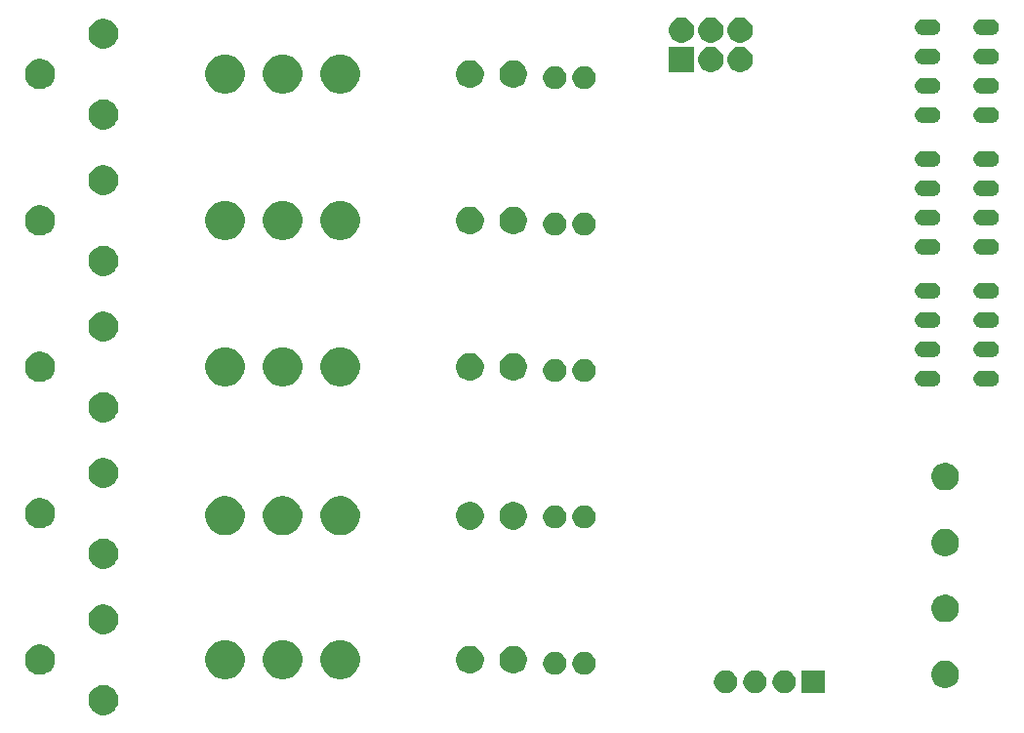
<source format=gbr>
G04 #@! TF.GenerationSoftware,KiCad,Pcbnew,5.0.2-bee76a0~70~ubuntu18.04.1*
G04 #@! TF.CreationDate,2018-12-27T21:02:31+01:00*
G04 #@! TF.ProjectId,switch_3pole_5x,73776974-6368-45f3-9370-6f6c655f3578,B*
G04 #@! TF.SameCoordinates,Original*
G04 #@! TF.FileFunction,Soldermask,Top*
G04 #@! TF.FilePolarity,Negative*
%FSLAX46Y46*%
G04 Gerber Fmt 4.6, Leading zero omitted, Abs format (unit mm)*
G04 Created by KiCad (PCBNEW 5.0.2-bee76a0~70~ubuntu18.04.1) date Do 27 Dez 2018 21:02:31 CET*
%MOMM*%
%LPD*%
G01*
G04 APERTURE LIST*
%ADD10C,0.100000*%
G04 APERTURE END LIST*
D10*
G36*
X111519196Y-111469958D02*
X111755780Y-111567954D01*
X111968705Y-111710226D01*
X112149774Y-111891295D01*
X112292046Y-112104220D01*
X112390042Y-112340804D01*
X112440000Y-112591960D01*
X112440000Y-112848040D01*
X112390042Y-113099196D01*
X112292046Y-113335780D01*
X112149774Y-113548705D01*
X111968705Y-113729774D01*
X111755780Y-113872046D01*
X111519196Y-113970042D01*
X111268040Y-114020000D01*
X111011960Y-114020000D01*
X110760804Y-113970042D01*
X110524220Y-113872046D01*
X110311295Y-113729774D01*
X110130226Y-113548705D01*
X109987954Y-113335780D01*
X109889958Y-113099196D01*
X109840000Y-112848040D01*
X109840000Y-112591960D01*
X109889958Y-112340804D01*
X109987954Y-112104220D01*
X110130226Y-111891295D01*
X110311295Y-111710226D01*
X110524220Y-111567954D01*
X110760804Y-111469958D01*
X111011960Y-111420000D01*
X111268040Y-111420000D01*
X111519196Y-111469958D01*
X111519196Y-111469958D01*
G37*
G36*
X173720000Y-112125000D02*
X171720000Y-112125000D01*
X171720000Y-110125000D01*
X173720000Y-110125000D01*
X173720000Y-112125000D01*
X173720000Y-112125000D01*
G37*
G36*
X165273766Y-110139973D02*
X165391689Y-110163429D01*
X165573678Y-110238811D01*
X165737463Y-110348249D01*
X165876751Y-110487537D01*
X165986189Y-110651322D01*
X166061571Y-110833311D01*
X166078814Y-110920000D01*
X166100000Y-111026507D01*
X166100000Y-111223493D01*
X166093741Y-111254958D01*
X166061571Y-111416689D01*
X165986189Y-111598678D01*
X165876751Y-111762463D01*
X165737463Y-111901751D01*
X165573678Y-112011189D01*
X165391689Y-112086571D01*
X165302965Y-112104219D01*
X165198493Y-112125000D01*
X165001507Y-112125000D01*
X164897035Y-112104219D01*
X164808311Y-112086571D01*
X164626322Y-112011189D01*
X164462537Y-111901751D01*
X164323249Y-111762463D01*
X164213811Y-111598678D01*
X164138429Y-111416689D01*
X164106259Y-111254958D01*
X164100000Y-111223493D01*
X164100000Y-111026507D01*
X164121186Y-110920000D01*
X164138429Y-110833311D01*
X164213811Y-110651322D01*
X164323249Y-110487537D01*
X164462537Y-110348249D01*
X164626322Y-110238811D01*
X164808311Y-110163429D01*
X164926234Y-110139973D01*
X165001507Y-110125000D01*
X165198493Y-110125000D01*
X165273766Y-110139973D01*
X165273766Y-110139973D01*
G37*
G36*
X170353766Y-110139973D02*
X170471689Y-110163429D01*
X170653678Y-110238811D01*
X170817463Y-110348249D01*
X170956751Y-110487537D01*
X171066189Y-110651322D01*
X171141571Y-110833311D01*
X171158814Y-110920000D01*
X171180000Y-111026507D01*
X171180000Y-111223493D01*
X171173741Y-111254958D01*
X171141571Y-111416689D01*
X171066189Y-111598678D01*
X170956751Y-111762463D01*
X170817463Y-111901751D01*
X170653678Y-112011189D01*
X170471689Y-112086571D01*
X170382965Y-112104219D01*
X170278493Y-112125000D01*
X170081507Y-112125000D01*
X169977035Y-112104219D01*
X169888311Y-112086571D01*
X169706322Y-112011189D01*
X169542537Y-111901751D01*
X169403249Y-111762463D01*
X169293811Y-111598678D01*
X169218429Y-111416689D01*
X169186259Y-111254958D01*
X169180000Y-111223493D01*
X169180000Y-111026507D01*
X169201186Y-110920000D01*
X169218429Y-110833311D01*
X169293811Y-110651322D01*
X169403249Y-110487537D01*
X169542537Y-110348249D01*
X169706322Y-110238811D01*
X169888311Y-110163429D01*
X170006234Y-110139973D01*
X170081507Y-110125000D01*
X170278493Y-110125000D01*
X170353766Y-110139973D01*
X170353766Y-110139973D01*
G37*
G36*
X167813766Y-110139973D02*
X167931689Y-110163429D01*
X168113678Y-110238811D01*
X168277463Y-110348249D01*
X168416751Y-110487537D01*
X168526189Y-110651322D01*
X168601571Y-110833311D01*
X168618814Y-110920000D01*
X168640000Y-111026507D01*
X168640000Y-111223493D01*
X168633741Y-111254958D01*
X168601571Y-111416689D01*
X168526189Y-111598678D01*
X168416751Y-111762463D01*
X168277463Y-111901751D01*
X168113678Y-112011189D01*
X167931689Y-112086571D01*
X167842965Y-112104219D01*
X167738493Y-112125000D01*
X167541507Y-112125000D01*
X167437035Y-112104219D01*
X167348311Y-112086571D01*
X167166322Y-112011189D01*
X167002537Y-111901751D01*
X166863249Y-111762463D01*
X166753811Y-111598678D01*
X166678429Y-111416689D01*
X166646259Y-111254958D01*
X166640000Y-111223493D01*
X166640000Y-111026507D01*
X166661186Y-110920000D01*
X166678429Y-110833311D01*
X166753811Y-110651322D01*
X166863249Y-110487537D01*
X167002537Y-110348249D01*
X167166322Y-110238811D01*
X167348311Y-110163429D01*
X167466234Y-110139973D01*
X167541507Y-110125000D01*
X167738493Y-110125000D01*
X167813766Y-110139973D01*
X167813766Y-110139973D01*
G37*
G36*
X184500026Y-109336115D02*
X184718412Y-109426573D01*
X184914958Y-109557901D01*
X185082099Y-109725042D01*
X185213427Y-109921588D01*
X185303885Y-110139974D01*
X185350000Y-110371809D01*
X185350000Y-110608191D01*
X185303885Y-110840026D01*
X185213427Y-111058412D01*
X185082099Y-111254958D01*
X184914958Y-111422099D01*
X184718412Y-111553427D01*
X184500026Y-111643885D01*
X184268191Y-111690000D01*
X184031809Y-111690000D01*
X183799974Y-111643885D01*
X183581588Y-111553427D01*
X183385042Y-111422099D01*
X183217901Y-111254958D01*
X183086573Y-111058412D01*
X182996115Y-110840026D01*
X182950000Y-110608191D01*
X182950000Y-110371809D01*
X182996115Y-110139974D01*
X183086573Y-109921588D01*
X183217901Y-109725042D01*
X183385042Y-109557901D01*
X183581588Y-109426573D01*
X183799974Y-109336115D01*
X184031809Y-109290000D01*
X184268191Y-109290000D01*
X184500026Y-109336115D01*
X184500026Y-109336115D01*
G37*
G36*
X122071393Y-107563553D02*
X122180872Y-107585330D01*
X122490252Y-107713479D01*
X122768687Y-107899523D01*
X123005477Y-108136313D01*
X123191521Y-108414748D01*
X123319670Y-108724128D01*
X123325463Y-108753253D01*
X123385000Y-109052563D01*
X123385000Y-109387437D01*
X123348680Y-109570027D01*
X123319670Y-109715872D01*
X123191521Y-110025252D01*
X123005477Y-110303687D01*
X122768687Y-110540477D01*
X122490252Y-110726521D01*
X122180872Y-110854670D01*
X122071393Y-110876447D01*
X121852437Y-110920000D01*
X121517563Y-110920000D01*
X121298607Y-110876447D01*
X121189128Y-110854670D01*
X120879748Y-110726521D01*
X120601313Y-110540477D01*
X120364523Y-110303687D01*
X120178479Y-110025252D01*
X120050330Y-109715872D01*
X120021320Y-109570027D01*
X119985000Y-109387437D01*
X119985000Y-109052563D01*
X120044537Y-108753253D01*
X120050330Y-108724128D01*
X120178479Y-108414748D01*
X120364523Y-108136313D01*
X120601313Y-107899523D01*
X120879748Y-107713479D01*
X121189128Y-107585330D01*
X121298607Y-107563553D01*
X121517563Y-107520000D01*
X121852437Y-107520000D01*
X122071393Y-107563553D01*
X122071393Y-107563553D01*
G37*
G36*
X132071393Y-107563553D02*
X132180872Y-107585330D01*
X132490252Y-107713479D01*
X132768687Y-107899523D01*
X133005477Y-108136313D01*
X133191521Y-108414748D01*
X133319670Y-108724128D01*
X133325463Y-108753253D01*
X133385000Y-109052563D01*
X133385000Y-109387437D01*
X133348680Y-109570027D01*
X133319670Y-109715872D01*
X133191521Y-110025252D01*
X133005477Y-110303687D01*
X132768687Y-110540477D01*
X132490252Y-110726521D01*
X132180872Y-110854670D01*
X132071393Y-110876447D01*
X131852437Y-110920000D01*
X131517563Y-110920000D01*
X131298607Y-110876447D01*
X131189128Y-110854670D01*
X130879748Y-110726521D01*
X130601313Y-110540477D01*
X130364523Y-110303687D01*
X130178479Y-110025252D01*
X130050330Y-109715872D01*
X130021320Y-109570027D01*
X129985000Y-109387437D01*
X129985000Y-109052563D01*
X130044537Y-108753253D01*
X130050330Y-108724128D01*
X130178479Y-108414748D01*
X130364523Y-108136313D01*
X130601313Y-107899523D01*
X130879748Y-107713479D01*
X131189128Y-107585330D01*
X131298607Y-107563553D01*
X131517563Y-107520000D01*
X131852437Y-107520000D01*
X132071393Y-107563553D01*
X132071393Y-107563553D01*
G37*
G36*
X127071393Y-107563553D02*
X127180872Y-107585330D01*
X127490252Y-107713479D01*
X127768687Y-107899523D01*
X128005477Y-108136313D01*
X128191521Y-108414748D01*
X128319670Y-108724128D01*
X128325463Y-108753253D01*
X128385000Y-109052563D01*
X128385000Y-109387437D01*
X128348680Y-109570027D01*
X128319670Y-109715872D01*
X128191521Y-110025252D01*
X128005477Y-110303687D01*
X127768687Y-110540477D01*
X127490252Y-110726521D01*
X127180872Y-110854670D01*
X127071393Y-110876447D01*
X126852437Y-110920000D01*
X126517563Y-110920000D01*
X126298607Y-110876447D01*
X126189128Y-110854670D01*
X125879748Y-110726521D01*
X125601313Y-110540477D01*
X125364523Y-110303687D01*
X125178479Y-110025252D01*
X125050330Y-109715872D01*
X125021320Y-109570027D01*
X124985000Y-109387437D01*
X124985000Y-109052563D01*
X125044537Y-108753253D01*
X125050330Y-108724128D01*
X125178479Y-108414748D01*
X125364523Y-108136313D01*
X125601313Y-107899523D01*
X125879748Y-107713479D01*
X126189128Y-107585330D01*
X126298607Y-107563553D01*
X126517563Y-107520000D01*
X126852437Y-107520000D01*
X127071393Y-107563553D01*
X127071393Y-107563553D01*
G37*
G36*
X152995770Y-108545372D02*
X153111689Y-108568429D01*
X153293678Y-108643811D01*
X153457463Y-108753249D01*
X153596751Y-108892537D01*
X153706189Y-109056322D01*
X153781571Y-109238311D01*
X153791852Y-109290000D01*
X153819019Y-109426574D01*
X153820000Y-109431509D01*
X153820000Y-109628491D01*
X153781571Y-109821689D01*
X153706189Y-110003678D01*
X153596751Y-110167463D01*
X153457463Y-110306751D01*
X153293678Y-110416189D01*
X153111689Y-110491571D01*
X152995770Y-110514628D01*
X152918493Y-110530000D01*
X152721507Y-110530000D01*
X152644230Y-110514628D01*
X152528311Y-110491571D01*
X152346322Y-110416189D01*
X152182537Y-110306751D01*
X152043249Y-110167463D01*
X151933811Y-110003678D01*
X151858429Y-109821689D01*
X151820000Y-109628491D01*
X151820000Y-109431509D01*
X151820982Y-109426574D01*
X151848148Y-109290000D01*
X151858429Y-109238311D01*
X151933811Y-109056322D01*
X152043249Y-108892537D01*
X152182537Y-108753249D01*
X152346322Y-108643811D01*
X152528311Y-108568429D01*
X152644230Y-108545372D01*
X152721507Y-108530000D01*
X152918493Y-108530000D01*
X152995770Y-108545372D01*
X152995770Y-108545372D01*
G37*
G36*
X150455770Y-108545372D02*
X150571689Y-108568429D01*
X150753678Y-108643811D01*
X150917463Y-108753249D01*
X151056751Y-108892537D01*
X151166189Y-109056322D01*
X151241571Y-109238311D01*
X151251852Y-109290000D01*
X151279019Y-109426574D01*
X151280000Y-109431509D01*
X151280000Y-109628491D01*
X151241571Y-109821689D01*
X151166189Y-110003678D01*
X151056751Y-110167463D01*
X150917463Y-110306751D01*
X150753678Y-110416189D01*
X150571689Y-110491571D01*
X150455770Y-110514628D01*
X150378493Y-110530000D01*
X150181507Y-110530000D01*
X150104230Y-110514628D01*
X149988311Y-110491571D01*
X149806322Y-110416189D01*
X149642537Y-110306751D01*
X149503249Y-110167463D01*
X149393811Y-110003678D01*
X149318429Y-109821689D01*
X149280000Y-109628491D01*
X149280000Y-109431509D01*
X149280982Y-109426574D01*
X149308148Y-109290000D01*
X149318429Y-109238311D01*
X149393811Y-109056322D01*
X149503249Y-108892537D01*
X149642537Y-108753249D01*
X149806322Y-108643811D01*
X149988311Y-108568429D01*
X150104230Y-108545372D01*
X150181507Y-108530000D01*
X150378493Y-108530000D01*
X150455770Y-108545372D01*
X150455770Y-108545372D01*
G37*
G36*
X106019196Y-107969958D02*
X106255780Y-108067954D01*
X106468705Y-108210226D01*
X106649774Y-108391295D01*
X106792046Y-108604220D01*
X106890042Y-108840804D01*
X106940000Y-109091960D01*
X106940000Y-109348040D01*
X106890042Y-109599196D01*
X106792046Y-109835780D01*
X106649774Y-110048705D01*
X106468705Y-110229774D01*
X106255780Y-110372046D01*
X106019196Y-110470042D01*
X105768040Y-110520000D01*
X105511960Y-110520000D01*
X105260804Y-110470042D01*
X105024220Y-110372046D01*
X104811295Y-110229774D01*
X104630226Y-110048705D01*
X104487954Y-109835780D01*
X104389958Y-109599196D01*
X104340000Y-109348040D01*
X104340000Y-109091960D01*
X104389958Y-108840804D01*
X104487954Y-108604220D01*
X104630226Y-108391295D01*
X104811295Y-108210226D01*
X105024220Y-108067954D01*
X105260804Y-107969958D01*
X105511960Y-107920000D01*
X105768040Y-107920000D01*
X106019196Y-107969958D01*
X106019196Y-107969958D01*
G37*
G36*
X147035026Y-108066115D02*
X147253412Y-108156573D01*
X147449958Y-108287901D01*
X147617099Y-108455042D01*
X147748427Y-108651588D01*
X147838885Y-108869974D01*
X147885000Y-109101809D01*
X147885000Y-109338191D01*
X147838885Y-109570026D01*
X147748427Y-109788412D01*
X147617099Y-109984958D01*
X147449958Y-110152099D01*
X147253412Y-110283427D01*
X147035026Y-110373885D01*
X146803191Y-110420000D01*
X146566809Y-110420000D01*
X146334974Y-110373885D01*
X146116588Y-110283427D01*
X145920042Y-110152099D01*
X145752901Y-109984958D01*
X145621573Y-109788412D01*
X145531115Y-109570026D01*
X145485000Y-109338191D01*
X145485000Y-109101809D01*
X145531115Y-108869974D01*
X145621573Y-108651588D01*
X145752901Y-108455042D01*
X145920042Y-108287901D01*
X146116588Y-108156573D01*
X146334974Y-108066115D01*
X146566809Y-108020000D01*
X146803191Y-108020000D01*
X147035026Y-108066115D01*
X147035026Y-108066115D01*
G37*
G36*
X143285026Y-108066115D02*
X143503412Y-108156573D01*
X143699958Y-108287901D01*
X143867099Y-108455042D01*
X143998427Y-108651588D01*
X144088885Y-108869974D01*
X144135000Y-109101809D01*
X144135000Y-109338191D01*
X144088885Y-109570026D01*
X143998427Y-109788412D01*
X143867099Y-109984958D01*
X143699958Y-110152099D01*
X143503412Y-110283427D01*
X143285026Y-110373885D01*
X143053191Y-110420000D01*
X142816809Y-110420000D01*
X142584974Y-110373885D01*
X142366588Y-110283427D01*
X142170042Y-110152099D01*
X142002901Y-109984958D01*
X141871573Y-109788412D01*
X141781115Y-109570026D01*
X141735000Y-109338191D01*
X141735000Y-109101809D01*
X141781115Y-108869974D01*
X141871573Y-108651588D01*
X142002901Y-108455042D01*
X142170042Y-108287901D01*
X142366588Y-108156573D01*
X142584974Y-108066115D01*
X142816809Y-108020000D01*
X143053191Y-108020000D01*
X143285026Y-108066115D01*
X143285026Y-108066115D01*
G37*
G36*
X111519196Y-104469958D02*
X111755780Y-104567954D01*
X111968705Y-104710226D01*
X112149774Y-104891295D01*
X112292046Y-105104220D01*
X112390042Y-105340804D01*
X112440000Y-105591960D01*
X112440000Y-105848040D01*
X112390042Y-106099196D01*
X112292046Y-106335780D01*
X112149774Y-106548705D01*
X111968705Y-106729774D01*
X111755780Y-106872046D01*
X111519196Y-106970042D01*
X111268040Y-107020000D01*
X111011960Y-107020000D01*
X110760804Y-106970042D01*
X110524220Y-106872046D01*
X110311295Y-106729774D01*
X110130226Y-106548705D01*
X109987954Y-106335780D01*
X109889958Y-106099196D01*
X109840000Y-105848040D01*
X109840000Y-105591960D01*
X109889958Y-105340804D01*
X109987954Y-105104220D01*
X110130226Y-104891295D01*
X110311295Y-104710226D01*
X110524220Y-104567954D01*
X110760804Y-104469958D01*
X111011960Y-104420000D01*
X111268040Y-104420000D01*
X111519196Y-104469958D01*
X111519196Y-104469958D01*
G37*
G36*
X184500026Y-103621115D02*
X184718412Y-103711573D01*
X184914958Y-103842901D01*
X185082099Y-104010042D01*
X185213427Y-104206588D01*
X185303885Y-104424974D01*
X185350000Y-104656809D01*
X185350000Y-104893191D01*
X185303885Y-105125026D01*
X185213427Y-105343412D01*
X185082099Y-105539958D01*
X184914958Y-105707099D01*
X184718412Y-105838427D01*
X184500026Y-105928885D01*
X184268191Y-105975000D01*
X184031809Y-105975000D01*
X183799974Y-105928885D01*
X183581588Y-105838427D01*
X183385042Y-105707099D01*
X183217901Y-105539958D01*
X183086573Y-105343412D01*
X182996115Y-105125026D01*
X182950000Y-104893191D01*
X182950000Y-104656809D01*
X182996115Y-104424974D01*
X183086573Y-104206588D01*
X183217901Y-104010042D01*
X183385042Y-103842901D01*
X183581588Y-103711573D01*
X183799974Y-103621115D01*
X184031809Y-103575000D01*
X184268191Y-103575000D01*
X184500026Y-103621115D01*
X184500026Y-103621115D01*
G37*
G36*
X111519196Y-98769958D02*
X111755780Y-98867954D01*
X111968705Y-99010226D01*
X112149774Y-99191295D01*
X112292046Y-99404220D01*
X112390042Y-99640804D01*
X112440000Y-99891960D01*
X112440000Y-100148040D01*
X112390042Y-100399196D01*
X112292046Y-100635780D01*
X112149774Y-100848705D01*
X111968705Y-101029774D01*
X111755780Y-101172046D01*
X111519196Y-101270042D01*
X111268040Y-101320000D01*
X111011960Y-101320000D01*
X110760804Y-101270042D01*
X110524220Y-101172046D01*
X110311295Y-101029774D01*
X110130226Y-100848705D01*
X109987954Y-100635780D01*
X109889958Y-100399196D01*
X109840000Y-100148040D01*
X109840000Y-99891960D01*
X109889958Y-99640804D01*
X109987954Y-99404220D01*
X110130226Y-99191295D01*
X110311295Y-99010226D01*
X110524220Y-98867954D01*
X110760804Y-98769958D01*
X111011960Y-98720000D01*
X111268040Y-98720000D01*
X111519196Y-98769958D01*
X111519196Y-98769958D01*
G37*
G36*
X184500026Y-97906115D02*
X184718412Y-97996573D01*
X184914958Y-98127901D01*
X185082099Y-98295042D01*
X185213427Y-98491588D01*
X185303885Y-98709974D01*
X185350000Y-98941809D01*
X185350000Y-99178191D01*
X185303885Y-99410026D01*
X185213427Y-99628412D01*
X185082099Y-99824958D01*
X184914958Y-99992099D01*
X184718412Y-100123427D01*
X184500026Y-100213885D01*
X184268191Y-100260000D01*
X184031809Y-100260000D01*
X183799974Y-100213885D01*
X183581588Y-100123427D01*
X183385042Y-99992099D01*
X183217901Y-99824958D01*
X183086573Y-99628412D01*
X182996115Y-99410026D01*
X182950000Y-99178191D01*
X182950000Y-98941809D01*
X182996115Y-98709974D01*
X183086573Y-98491588D01*
X183217901Y-98295042D01*
X183385042Y-98127901D01*
X183581588Y-97996573D01*
X183799974Y-97906115D01*
X184031809Y-97860000D01*
X184268191Y-97860000D01*
X184500026Y-97906115D01*
X184500026Y-97906115D01*
G37*
G36*
X122071393Y-95077095D02*
X122180872Y-95098872D01*
X122490252Y-95227021D01*
X122768687Y-95413065D01*
X123005477Y-95649855D01*
X123191521Y-95928290D01*
X123289623Y-96165130D01*
X123319670Y-96237671D01*
X123385000Y-96566105D01*
X123385000Y-96900979D01*
X123348680Y-97083569D01*
X123319670Y-97229414D01*
X123191521Y-97538794D01*
X123005477Y-97817229D01*
X122768687Y-98054019D01*
X122490252Y-98240063D01*
X122180872Y-98368212D01*
X122071393Y-98389989D01*
X121852437Y-98433542D01*
X121517563Y-98433542D01*
X121298607Y-98389989D01*
X121189128Y-98368212D01*
X120879748Y-98240063D01*
X120601313Y-98054019D01*
X120364523Y-97817229D01*
X120178479Y-97538794D01*
X120050330Y-97229414D01*
X120021320Y-97083569D01*
X119985000Y-96900979D01*
X119985000Y-96566105D01*
X120050330Y-96237671D01*
X120080377Y-96165130D01*
X120178479Y-95928290D01*
X120364523Y-95649855D01*
X120601313Y-95413065D01*
X120879748Y-95227021D01*
X121189128Y-95098872D01*
X121298607Y-95077095D01*
X121517563Y-95033542D01*
X121852437Y-95033542D01*
X122071393Y-95077095D01*
X122071393Y-95077095D01*
G37*
G36*
X132071393Y-95077095D02*
X132180872Y-95098872D01*
X132490252Y-95227021D01*
X132768687Y-95413065D01*
X133005477Y-95649855D01*
X133191521Y-95928290D01*
X133289623Y-96165130D01*
X133319670Y-96237671D01*
X133385000Y-96566105D01*
X133385000Y-96900979D01*
X133348680Y-97083569D01*
X133319670Y-97229414D01*
X133191521Y-97538794D01*
X133005477Y-97817229D01*
X132768687Y-98054019D01*
X132490252Y-98240063D01*
X132180872Y-98368212D01*
X132071393Y-98389989D01*
X131852437Y-98433542D01*
X131517563Y-98433542D01*
X131298607Y-98389989D01*
X131189128Y-98368212D01*
X130879748Y-98240063D01*
X130601313Y-98054019D01*
X130364523Y-97817229D01*
X130178479Y-97538794D01*
X130050330Y-97229414D01*
X130021320Y-97083569D01*
X129985000Y-96900979D01*
X129985000Y-96566105D01*
X130050330Y-96237671D01*
X130080377Y-96165130D01*
X130178479Y-95928290D01*
X130364523Y-95649855D01*
X130601313Y-95413065D01*
X130879748Y-95227021D01*
X131189128Y-95098872D01*
X131298607Y-95077095D01*
X131517563Y-95033542D01*
X131852437Y-95033542D01*
X132071393Y-95077095D01*
X132071393Y-95077095D01*
G37*
G36*
X127071393Y-95077095D02*
X127180872Y-95098872D01*
X127490252Y-95227021D01*
X127768687Y-95413065D01*
X128005477Y-95649855D01*
X128191521Y-95928290D01*
X128289623Y-96165130D01*
X128319670Y-96237671D01*
X128385000Y-96566105D01*
X128385000Y-96900979D01*
X128348680Y-97083569D01*
X128319670Y-97229414D01*
X128191521Y-97538794D01*
X128005477Y-97817229D01*
X127768687Y-98054019D01*
X127490252Y-98240063D01*
X127180872Y-98368212D01*
X127071393Y-98389989D01*
X126852437Y-98433542D01*
X126517563Y-98433542D01*
X126298607Y-98389989D01*
X126189128Y-98368212D01*
X125879748Y-98240063D01*
X125601313Y-98054019D01*
X125364523Y-97817229D01*
X125178479Y-97538794D01*
X125050330Y-97229414D01*
X125021320Y-97083569D01*
X124985000Y-96900979D01*
X124985000Y-96566105D01*
X125050330Y-96237671D01*
X125080377Y-96165130D01*
X125178479Y-95928290D01*
X125364523Y-95649855D01*
X125601313Y-95413065D01*
X125879748Y-95227021D01*
X126189128Y-95098872D01*
X126298607Y-95077095D01*
X126517563Y-95033542D01*
X126852437Y-95033542D01*
X127071393Y-95077095D01*
X127071393Y-95077095D01*
G37*
G36*
X147035026Y-95579657D02*
X147253412Y-95670115D01*
X147449958Y-95801443D01*
X147617099Y-95968584D01*
X147748427Y-96165130D01*
X147838885Y-96383516D01*
X147885000Y-96615351D01*
X147885000Y-96851733D01*
X147838885Y-97083568D01*
X147748427Y-97301954D01*
X147617099Y-97498500D01*
X147449958Y-97665641D01*
X147253412Y-97796969D01*
X147035026Y-97887427D01*
X146803191Y-97933542D01*
X146566809Y-97933542D01*
X146334974Y-97887427D01*
X146116588Y-97796969D01*
X145920042Y-97665641D01*
X145752901Y-97498500D01*
X145621573Y-97301954D01*
X145531115Y-97083568D01*
X145485000Y-96851733D01*
X145485000Y-96615351D01*
X145531115Y-96383516D01*
X145621573Y-96165130D01*
X145752901Y-95968584D01*
X145920042Y-95801443D01*
X146116588Y-95670115D01*
X146334974Y-95579657D01*
X146566809Y-95533542D01*
X146803191Y-95533542D01*
X147035026Y-95579657D01*
X147035026Y-95579657D01*
G37*
G36*
X143285026Y-95579657D02*
X143503412Y-95670115D01*
X143699958Y-95801443D01*
X143867099Y-95968584D01*
X143998427Y-96165130D01*
X144088885Y-96383516D01*
X144135000Y-96615351D01*
X144135000Y-96851733D01*
X144088885Y-97083568D01*
X143998427Y-97301954D01*
X143867099Y-97498500D01*
X143699958Y-97665641D01*
X143503412Y-97796969D01*
X143285026Y-97887427D01*
X143053191Y-97933542D01*
X142816809Y-97933542D01*
X142584974Y-97887427D01*
X142366588Y-97796969D01*
X142170042Y-97665641D01*
X142002901Y-97498500D01*
X141871573Y-97301954D01*
X141781115Y-97083568D01*
X141735000Y-96851733D01*
X141735000Y-96615351D01*
X141781115Y-96383516D01*
X141871573Y-96165130D01*
X142002901Y-95968584D01*
X142170042Y-95801443D01*
X142366588Y-95670115D01*
X142584974Y-95579657D01*
X142816809Y-95533542D01*
X143053191Y-95533542D01*
X143285026Y-95579657D01*
X143285026Y-95579657D01*
G37*
G36*
X152995770Y-95845372D02*
X153111689Y-95868429D01*
X153293678Y-95943811D01*
X153457463Y-96053249D01*
X153596751Y-96192537D01*
X153706189Y-96356322D01*
X153781571Y-96538311D01*
X153820000Y-96731509D01*
X153820000Y-96928491D01*
X153781571Y-97121689D01*
X153706189Y-97303678D01*
X153596751Y-97467463D01*
X153457463Y-97606751D01*
X153293678Y-97716189D01*
X153111689Y-97791571D01*
X152995770Y-97814628D01*
X152918493Y-97830000D01*
X152721507Y-97830000D01*
X152644230Y-97814628D01*
X152528311Y-97791571D01*
X152346322Y-97716189D01*
X152182537Y-97606751D01*
X152043249Y-97467463D01*
X151933811Y-97303678D01*
X151858429Y-97121689D01*
X151820000Y-96928491D01*
X151820000Y-96731509D01*
X151858429Y-96538311D01*
X151933811Y-96356322D01*
X152043249Y-96192537D01*
X152182537Y-96053249D01*
X152346322Y-95943811D01*
X152528311Y-95868429D01*
X152644230Y-95845372D01*
X152721507Y-95830000D01*
X152918493Y-95830000D01*
X152995770Y-95845372D01*
X152995770Y-95845372D01*
G37*
G36*
X150455770Y-95845372D02*
X150571689Y-95868429D01*
X150753678Y-95943811D01*
X150917463Y-96053249D01*
X151056751Y-96192537D01*
X151166189Y-96356322D01*
X151241571Y-96538311D01*
X151280000Y-96731509D01*
X151280000Y-96928491D01*
X151241571Y-97121689D01*
X151166189Y-97303678D01*
X151056751Y-97467463D01*
X150917463Y-97606751D01*
X150753678Y-97716189D01*
X150571689Y-97791571D01*
X150455770Y-97814628D01*
X150378493Y-97830000D01*
X150181507Y-97830000D01*
X150104230Y-97814628D01*
X149988311Y-97791571D01*
X149806322Y-97716189D01*
X149642537Y-97606751D01*
X149503249Y-97467463D01*
X149393811Y-97303678D01*
X149318429Y-97121689D01*
X149280000Y-96928491D01*
X149280000Y-96731509D01*
X149318429Y-96538311D01*
X149393811Y-96356322D01*
X149503249Y-96192537D01*
X149642537Y-96053249D01*
X149806322Y-95943811D01*
X149988311Y-95868429D01*
X150104230Y-95845372D01*
X150181507Y-95830000D01*
X150378493Y-95830000D01*
X150455770Y-95845372D01*
X150455770Y-95845372D01*
G37*
G36*
X106019196Y-95269958D02*
X106255780Y-95367954D01*
X106468705Y-95510226D01*
X106649774Y-95691295D01*
X106792046Y-95904220D01*
X106890042Y-96140804D01*
X106940000Y-96391960D01*
X106940000Y-96648040D01*
X106890042Y-96899196D01*
X106792046Y-97135780D01*
X106649774Y-97348705D01*
X106468705Y-97529774D01*
X106255780Y-97672046D01*
X106019196Y-97770042D01*
X105768040Y-97820000D01*
X105511960Y-97820000D01*
X105260804Y-97770042D01*
X105024220Y-97672046D01*
X104811295Y-97529774D01*
X104630226Y-97348705D01*
X104487954Y-97135780D01*
X104389958Y-96899196D01*
X104340000Y-96648040D01*
X104340000Y-96391960D01*
X104389958Y-96140804D01*
X104487954Y-95904220D01*
X104630226Y-95691295D01*
X104811295Y-95510226D01*
X105024220Y-95367954D01*
X105260804Y-95269958D01*
X105511960Y-95220000D01*
X105768040Y-95220000D01*
X106019196Y-95269958D01*
X106019196Y-95269958D01*
G37*
G36*
X184500026Y-92191115D02*
X184718412Y-92281573D01*
X184914958Y-92412901D01*
X185082099Y-92580042D01*
X185213427Y-92776588D01*
X185303885Y-92994974D01*
X185350000Y-93226809D01*
X185350000Y-93463191D01*
X185303885Y-93695026D01*
X185213427Y-93913412D01*
X185082099Y-94109958D01*
X184914958Y-94277099D01*
X184718412Y-94408427D01*
X184500026Y-94498885D01*
X184268191Y-94545000D01*
X184031809Y-94545000D01*
X183799974Y-94498885D01*
X183581588Y-94408427D01*
X183385042Y-94277099D01*
X183217901Y-94109958D01*
X183086573Y-93913412D01*
X182996115Y-93695026D01*
X182950000Y-93463191D01*
X182950000Y-93226809D01*
X182996115Y-92994974D01*
X183086573Y-92776588D01*
X183217901Y-92580042D01*
X183385042Y-92412901D01*
X183581588Y-92281573D01*
X183799974Y-92191115D01*
X184031809Y-92145000D01*
X184268191Y-92145000D01*
X184500026Y-92191115D01*
X184500026Y-92191115D01*
G37*
G36*
X111519196Y-91769958D02*
X111755780Y-91867954D01*
X111968705Y-92010226D01*
X112149774Y-92191295D01*
X112292046Y-92404220D01*
X112390042Y-92640804D01*
X112440000Y-92891960D01*
X112440000Y-93148040D01*
X112390042Y-93399196D01*
X112292046Y-93635780D01*
X112149774Y-93848705D01*
X111968705Y-94029774D01*
X111755780Y-94172046D01*
X111519196Y-94270042D01*
X111268040Y-94320000D01*
X111011960Y-94320000D01*
X110760804Y-94270042D01*
X110524220Y-94172046D01*
X110311295Y-94029774D01*
X110130226Y-93848705D01*
X109987954Y-93635780D01*
X109889958Y-93399196D01*
X109840000Y-93148040D01*
X109840000Y-92891960D01*
X109889958Y-92640804D01*
X109987954Y-92404220D01*
X110130226Y-92191295D01*
X110311295Y-92010226D01*
X110524220Y-91867954D01*
X110760804Y-91769958D01*
X111011960Y-91720000D01*
X111268040Y-91720000D01*
X111519196Y-91769958D01*
X111519196Y-91769958D01*
G37*
G36*
X111519196Y-86069958D02*
X111755780Y-86167954D01*
X111968705Y-86310226D01*
X112149774Y-86491295D01*
X112292046Y-86704220D01*
X112390042Y-86940804D01*
X112440000Y-87191960D01*
X112440000Y-87448040D01*
X112390042Y-87699196D01*
X112292046Y-87935780D01*
X112149774Y-88148705D01*
X111968705Y-88329774D01*
X111755780Y-88472046D01*
X111519196Y-88570042D01*
X111268040Y-88620000D01*
X111011960Y-88620000D01*
X110760804Y-88570042D01*
X110524220Y-88472046D01*
X110311295Y-88329774D01*
X110130226Y-88148705D01*
X109987954Y-87935780D01*
X109889958Y-87699196D01*
X109840000Y-87448040D01*
X109840000Y-87191960D01*
X109889958Y-86940804D01*
X109987954Y-86704220D01*
X110130226Y-86491295D01*
X110311295Y-86310226D01*
X110524220Y-86167954D01*
X110760804Y-86069958D01*
X111011960Y-86020000D01*
X111268040Y-86020000D01*
X111519196Y-86069958D01*
X111519196Y-86069958D01*
G37*
G36*
X188243224Y-84146128D02*
X188375175Y-84186155D01*
X188496781Y-84251155D01*
X188603370Y-84338630D01*
X188690845Y-84445219D01*
X188755845Y-84566825D01*
X188795872Y-84698776D01*
X188809387Y-84836000D01*
X188795872Y-84973224D01*
X188755845Y-85105175D01*
X188690845Y-85226781D01*
X188603370Y-85333370D01*
X188496781Y-85420845D01*
X188375175Y-85485845D01*
X188243224Y-85525872D01*
X188140390Y-85536000D01*
X187271610Y-85536000D01*
X187168776Y-85525872D01*
X187036825Y-85485845D01*
X186915219Y-85420845D01*
X186808630Y-85333370D01*
X186721155Y-85226781D01*
X186656155Y-85105175D01*
X186616128Y-84973224D01*
X186602613Y-84836000D01*
X186616128Y-84698776D01*
X186656155Y-84566825D01*
X186721155Y-84445219D01*
X186808630Y-84338630D01*
X186915219Y-84251155D01*
X187036825Y-84186155D01*
X187168776Y-84146128D01*
X187271610Y-84136000D01*
X188140390Y-84136000D01*
X188243224Y-84146128D01*
X188243224Y-84146128D01*
G37*
G36*
X183163224Y-84146128D02*
X183295175Y-84186155D01*
X183416781Y-84251155D01*
X183523370Y-84338630D01*
X183610845Y-84445219D01*
X183675845Y-84566825D01*
X183715872Y-84698776D01*
X183729387Y-84836000D01*
X183715872Y-84973224D01*
X183675845Y-85105175D01*
X183610845Y-85226781D01*
X183523370Y-85333370D01*
X183416781Y-85420845D01*
X183295175Y-85485845D01*
X183163224Y-85525872D01*
X183060390Y-85536000D01*
X182191610Y-85536000D01*
X182088776Y-85525872D01*
X181956825Y-85485845D01*
X181835219Y-85420845D01*
X181728630Y-85333370D01*
X181641155Y-85226781D01*
X181576155Y-85105175D01*
X181536128Y-84973224D01*
X181522613Y-84836000D01*
X181536128Y-84698776D01*
X181576155Y-84566825D01*
X181641155Y-84445219D01*
X181728630Y-84338630D01*
X181835219Y-84251155D01*
X181956825Y-84186155D01*
X182088776Y-84146128D01*
X182191610Y-84136000D01*
X183060390Y-84136000D01*
X183163224Y-84146128D01*
X183163224Y-84146128D01*
G37*
G36*
X132047376Y-82158776D02*
X132180872Y-82185330D01*
X132490252Y-82313479D01*
X132768687Y-82499523D01*
X133005477Y-82736313D01*
X133191521Y-83014748D01*
X133319670Y-83324128D01*
X133325463Y-83353253D01*
X133385000Y-83652563D01*
X133385000Y-83987437D01*
X133348680Y-84170027D01*
X133319670Y-84315872D01*
X133191521Y-84625252D01*
X133005477Y-84903687D01*
X132768687Y-85140477D01*
X132490252Y-85326521D01*
X132180872Y-85454670D01*
X132071393Y-85476447D01*
X131852437Y-85520000D01*
X131517563Y-85520000D01*
X131298607Y-85476447D01*
X131189128Y-85454670D01*
X130879748Y-85326521D01*
X130601313Y-85140477D01*
X130364523Y-84903687D01*
X130178479Y-84625252D01*
X130050330Y-84315872D01*
X130021320Y-84170027D01*
X129985000Y-83987437D01*
X129985000Y-83652563D01*
X130044537Y-83353253D01*
X130050330Y-83324128D01*
X130178479Y-83014748D01*
X130364523Y-82736313D01*
X130601313Y-82499523D01*
X130879748Y-82313479D01*
X131189128Y-82185330D01*
X131322624Y-82158776D01*
X131517563Y-82120000D01*
X131852437Y-82120000D01*
X132047376Y-82158776D01*
X132047376Y-82158776D01*
G37*
G36*
X122047376Y-82158776D02*
X122180872Y-82185330D01*
X122490252Y-82313479D01*
X122768687Y-82499523D01*
X123005477Y-82736313D01*
X123191521Y-83014748D01*
X123319670Y-83324128D01*
X123325463Y-83353253D01*
X123385000Y-83652563D01*
X123385000Y-83987437D01*
X123348680Y-84170027D01*
X123319670Y-84315872D01*
X123191521Y-84625252D01*
X123005477Y-84903687D01*
X122768687Y-85140477D01*
X122490252Y-85326521D01*
X122180872Y-85454670D01*
X122071393Y-85476447D01*
X121852437Y-85520000D01*
X121517563Y-85520000D01*
X121298607Y-85476447D01*
X121189128Y-85454670D01*
X120879748Y-85326521D01*
X120601313Y-85140477D01*
X120364523Y-84903687D01*
X120178479Y-84625252D01*
X120050330Y-84315872D01*
X120021320Y-84170027D01*
X119985000Y-83987437D01*
X119985000Y-83652563D01*
X120044537Y-83353253D01*
X120050330Y-83324128D01*
X120178479Y-83014748D01*
X120364523Y-82736313D01*
X120601313Y-82499523D01*
X120879748Y-82313479D01*
X121189128Y-82185330D01*
X121322624Y-82158776D01*
X121517563Y-82120000D01*
X121852437Y-82120000D01*
X122047376Y-82158776D01*
X122047376Y-82158776D01*
G37*
G36*
X127047376Y-82158776D02*
X127180872Y-82185330D01*
X127490252Y-82313479D01*
X127768687Y-82499523D01*
X128005477Y-82736313D01*
X128191521Y-83014748D01*
X128319670Y-83324128D01*
X128325463Y-83353253D01*
X128385000Y-83652563D01*
X128385000Y-83987437D01*
X128348680Y-84170027D01*
X128319670Y-84315872D01*
X128191521Y-84625252D01*
X128005477Y-84903687D01*
X127768687Y-85140477D01*
X127490252Y-85326521D01*
X127180872Y-85454670D01*
X127071393Y-85476447D01*
X126852437Y-85520000D01*
X126517563Y-85520000D01*
X126298607Y-85476447D01*
X126189128Y-85454670D01*
X125879748Y-85326521D01*
X125601313Y-85140477D01*
X125364523Y-84903687D01*
X125178479Y-84625252D01*
X125050330Y-84315872D01*
X125021320Y-84170027D01*
X124985000Y-83987437D01*
X124985000Y-83652563D01*
X125044537Y-83353253D01*
X125050330Y-83324128D01*
X125178479Y-83014748D01*
X125364523Y-82736313D01*
X125601313Y-82499523D01*
X125879748Y-82313479D01*
X126189128Y-82185330D01*
X126322624Y-82158776D01*
X126517563Y-82120000D01*
X126852437Y-82120000D01*
X127047376Y-82158776D01*
X127047376Y-82158776D01*
G37*
G36*
X150455770Y-83145372D02*
X150571689Y-83168429D01*
X150753678Y-83243811D01*
X150917463Y-83353249D01*
X151056751Y-83492537D01*
X151166189Y-83656322D01*
X151241571Y-83838311D01*
X151280000Y-84031509D01*
X151280000Y-84228491D01*
X151241571Y-84421689D01*
X151166189Y-84603678D01*
X151056751Y-84767463D01*
X150917463Y-84906751D01*
X150753678Y-85016189D01*
X150571689Y-85091571D01*
X150455770Y-85114628D01*
X150378493Y-85130000D01*
X150181507Y-85130000D01*
X150104230Y-85114628D01*
X149988311Y-85091571D01*
X149806322Y-85016189D01*
X149642537Y-84906751D01*
X149503249Y-84767463D01*
X149393811Y-84603678D01*
X149318429Y-84421689D01*
X149280000Y-84228491D01*
X149280000Y-84031509D01*
X149318429Y-83838311D01*
X149393811Y-83656322D01*
X149503249Y-83492537D01*
X149642537Y-83353249D01*
X149806322Y-83243811D01*
X149988311Y-83168429D01*
X150104230Y-83145372D01*
X150181507Y-83130000D01*
X150378493Y-83130000D01*
X150455770Y-83145372D01*
X150455770Y-83145372D01*
G37*
G36*
X152995770Y-83145372D02*
X153111689Y-83168429D01*
X153293678Y-83243811D01*
X153457463Y-83353249D01*
X153596751Y-83492537D01*
X153706189Y-83656322D01*
X153781571Y-83838311D01*
X153820000Y-84031509D01*
X153820000Y-84228491D01*
X153781571Y-84421689D01*
X153706189Y-84603678D01*
X153596751Y-84767463D01*
X153457463Y-84906751D01*
X153293678Y-85016189D01*
X153111689Y-85091571D01*
X152995770Y-85114628D01*
X152918493Y-85130000D01*
X152721507Y-85130000D01*
X152644230Y-85114628D01*
X152528311Y-85091571D01*
X152346322Y-85016189D01*
X152182537Y-84906751D01*
X152043249Y-84767463D01*
X151933811Y-84603678D01*
X151858429Y-84421689D01*
X151820000Y-84228491D01*
X151820000Y-84031509D01*
X151858429Y-83838311D01*
X151933811Y-83656322D01*
X152043249Y-83492537D01*
X152182537Y-83353249D01*
X152346322Y-83243811D01*
X152528311Y-83168429D01*
X152644230Y-83145372D01*
X152721507Y-83130000D01*
X152918493Y-83130000D01*
X152995770Y-83145372D01*
X152995770Y-83145372D01*
G37*
G36*
X106019196Y-82569958D02*
X106255780Y-82667954D01*
X106468705Y-82810226D01*
X106649774Y-82991295D01*
X106792046Y-83204220D01*
X106890042Y-83440804D01*
X106940000Y-83691960D01*
X106940000Y-83948040D01*
X106890042Y-84199196D01*
X106792046Y-84435780D01*
X106649774Y-84648705D01*
X106468705Y-84829774D01*
X106255780Y-84972046D01*
X106019196Y-85070042D01*
X105768040Y-85120000D01*
X105511960Y-85120000D01*
X105260804Y-85070042D01*
X105024220Y-84972046D01*
X104811295Y-84829774D01*
X104630226Y-84648705D01*
X104487954Y-84435780D01*
X104389958Y-84199196D01*
X104340000Y-83948040D01*
X104340000Y-83691960D01*
X104389958Y-83440804D01*
X104487954Y-83204220D01*
X104630226Y-82991295D01*
X104811295Y-82810226D01*
X105024220Y-82667954D01*
X105260804Y-82569958D01*
X105511960Y-82520000D01*
X105768040Y-82520000D01*
X106019196Y-82569958D01*
X106019196Y-82569958D01*
G37*
G36*
X147035026Y-82666115D02*
X147253412Y-82756573D01*
X147449958Y-82887901D01*
X147617099Y-83055042D01*
X147748427Y-83251588D01*
X147838885Y-83469974D01*
X147885000Y-83701809D01*
X147885000Y-83938191D01*
X147838885Y-84170026D01*
X147748427Y-84388412D01*
X147617099Y-84584958D01*
X147449958Y-84752099D01*
X147253412Y-84883427D01*
X147035026Y-84973885D01*
X146803191Y-85020000D01*
X146566809Y-85020000D01*
X146334974Y-84973885D01*
X146116588Y-84883427D01*
X145920042Y-84752099D01*
X145752901Y-84584958D01*
X145621573Y-84388412D01*
X145531115Y-84170026D01*
X145485000Y-83938191D01*
X145485000Y-83701809D01*
X145531115Y-83469974D01*
X145621573Y-83251588D01*
X145752901Y-83055042D01*
X145920042Y-82887901D01*
X146116588Y-82756573D01*
X146334974Y-82666115D01*
X146566809Y-82620000D01*
X146803191Y-82620000D01*
X147035026Y-82666115D01*
X147035026Y-82666115D01*
G37*
G36*
X143285026Y-82666115D02*
X143503412Y-82756573D01*
X143699958Y-82887901D01*
X143867099Y-83055042D01*
X143998427Y-83251588D01*
X144088885Y-83469974D01*
X144135000Y-83701809D01*
X144135000Y-83938191D01*
X144088885Y-84170026D01*
X143998427Y-84388412D01*
X143867099Y-84584958D01*
X143699958Y-84752099D01*
X143503412Y-84883427D01*
X143285026Y-84973885D01*
X143053191Y-85020000D01*
X142816809Y-85020000D01*
X142584974Y-84973885D01*
X142366588Y-84883427D01*
X142170042Y-84752099D01*
X142002901Y-84584958D01*
X141871573Y-84388412D01*
X141781115Y-84170026D01*
X141735000Y-83938191D01*
X141735000Y-83701809D01*
X141781115Y-83469974D01*
X141871573Y-83251588D01*
X142002901Y-83055042D01*
X142170042Y-82887901D01*
X142366588Y-82756573D01*
X142584974Y-82666115D01*
X142816809Y-82620000D01*
X143053191Y-82620000D01*
X143285026Y-82666115D01*
X143285026Y-82666115D01*
G37*
G36*
X183163224Y-81606128D02*
X183295175Y-81646155D01*
X183416781Y-81711155D01*
X183523370Y-81798630D01*
X183610845Y-81905219D01*
X183675845Y-82026825D01*
X183715872Y-82158776D01*
X183729387Y-82296000D01*
X183715872Y-82433224D01*
X183675845Y-82565175D01*
X183610845Y-82686781D01*
X183523370Y-82793370D01*
X183416781Y-82880845D01*
X183295175Y-82945845D01*
X183163224Y-82985872D01*
X183060390Y-82996000D01*
X182191610Y-82996000D01*
X182088776Y-82985872D01*
X181956825Y-82945845D01*
X181835219Y-82880845D01*
X181728630Y-82793370D01*
X181641155Y-82686781D01*
X181576155Y-82565175D01*
X181536128Y-82433224D01*
X181522613Y-82296000D01*
X181536128Y-82158776D01*
X181576155Y-82026825D01*
X181641155Y-81905219D01*
X181728630Y-81798630D01*
X181835219Y-81711155D01*
X181956825Y-81646155D01*
X182088776Y-81606128D01*
X182191610Y-81596000D01*
X183060390Y-81596000D01*
X183163224Y-81606128D01*
X183163224Y-81606128D01*
G37*
G36*
X188243224Y-81606128D02*
X188375175Y-81646155D01*
X188496781Y-81711155D01*
X188603370Y-81798630D01*
X188690845Y-81905219D01*
X188755845Y-82026825D01*
X188795872Y-82158776D01*
X188809387Y-82296000D01*
X188795872Y-82433224D01*
X188755845Y-82565175D01*
X188690845Y-82686781D01*
X188603370Y-82793370D01*
X188496781Y-82880845D01*
X188375175Y-82945845D01*
X188243224Y-82985872D01*
X188140390Y-82996000D01*
X187271610Y-82996000D01*
X187168776Y-82985872D01*
X187036825Y-82945845D01*
X186915219Y-82880845D01*
X186808630Y-82793370D01*
X186721155Y-82686781D01*
X186656155Y-82565175D01*
X186616128Y-82433224D01*
X186602613Y-82296000D01*
X186616128Y-82158776D01*
X186656155Y-82026825D01*
X186721155Y-81905219D01*
X186808630Y-81798630D01*
X186915219Y-81711155D01*
X187036825Y-81646155D01*
X187168776Y-81606128D01*
X187271610Y-81596000D01*
X188140390Y-81596000D01*
X188243224Y-81606128D01*
X188243224Y-81606128D01*
G37*
G36*
X111519196Y-79069958D02*
X111755780Y-79167954D01*
X111968705Y-79310226D01*
X112149774Y-79491295D01*
X112292046Y-79704220D01*
X112390042Y-79940804D01*
X112440000Y-80191960D01*
X112440000Y-80448040D01*
X112390042Y-80699196D01*
X112292046Y-80935780D01*
X112149774Y-81148705D01*
X111968705Y-81329774D01*
X111755780Y-81472046D01*
X111519196Y-81570042D01*
X111268040Y-81620000D01*
X111011960Y-81620000D01*
X110760804Y-81570042D01*
X110524220Y-81472046D01*
X110311295Y-81329774D01*
X110130226Y-81148705D01*
X109987954Y-80935780D01*
X109889958Y-80699196D01*
X109840000Y-80448040D01*
X109840000Y-80191960D01*
X109889958Y-79940804D01*
X109987954Y-79704220D01*
X110130226Y-79491295D01*
X110311295Y-79310226D01*
X110524220Y-79167954D01*
X110760804Y-79069958D01*
X111011960Y-79020000D01*
X111268040Y-79020000D01*
X111519196Y-79069958D01*
X111519196Y-79069958D01*
G37*
G36*
X183163224Y-79066128D02*
X183295175Y-79106155D01*
X183416781Y-79171155D01*
X183523370Y-79258630D01*
X183610845Y-79365219D01*
X183675845Y-79486825D01*
X183715872Y-79618776D01*
X183729387Y-79756000D01*
X183715872Y-79893224D01*
X183675845Y-80025175D01*
X183610845Y-80146781D01*
X183523370Y-80253370D01*
X183416781Y-80340845D01*
X183295175Y-80405845D01*
X183163224Y-80445872D01*
X183060390Y-80456000D01*
X182191610Y-80456000D01*
X182088776Y-80445872D01*
X181956825Y-80405845D01*
X181835219Y-80340845D01*
X181728630Y-80253370D01*
X181641155Y-80146781D01*
X181576155Y-80025175D01*
X181536128Y-79893224D01*
X181522613Y-79756000D01*
X181536128Y-79618776D01*
X181576155Y-79486825D01*
X181641155Y-79365219D01*
X181728630Y-79258630D01*
X181835219Y-79171155D01*
X181956825Y-79106155D01*
X182088776Y-79066128D01*
X182191610Y-79056000D01*
X183060390Y-79056000D01*
X183163224Y-79066128D01*
X183163224Y-79066128D01*
G37*
G36*
X188243224Y-79066128D02*
X188375175Y-79106155D01*
X188496781Y-79171155D01*
X188603370Y-79258630D01*
X188690845Y-79365219D01*
X188755845Y-79486825D01*
X188795872Y-79618776D01*
X188809387Y-79756000D01*
X188795872Y-79893224D01*
X188755845Y-80025175D01*
X188690845Y-80146781D01*
X188603370Y-80253370D01*
X188496781Y-80340845D01*
X188375175Y-80405845D01*
X188243224Y-80445872D01*
X188140390Y-80456000D01*
X187271610Y-80456000D01*
X187168776Y-80445872D01*
X187036825Y-80405845D01*
X186915219Y-80340845D01*
X186808630Y-80253370D01*
X186721155Y-80146781D01*
X186656155Y-80025175D01*
X186616128Y-79893224D01*
X186602613Y-79756000D01*
X186616128Y-79618776D01*
X186656155Y-79486825D01*
X186721155Y-79365219D01*
X186808630Y-79258630D01*
X186915219Y-79171155D01*
X187036825Y-79106155D01*
X187168776Y-79066128D01*
X187271610Y-79056000D01*
X188140390Y-79056000D01*
X188243224Y-79066128D01*
X188243224Y-79066128D01*
G37*
G36*
X188243224Y-76526128D02*
X188375175Y-76566155D01*
X188496781Y-76631155D01*
X188603370Y-76718630D01*
X188690845Y-76825219D01*
X188755845Y-76946825D01*
X188795872Y-77078776D01*
X188809387Y-77216000D01*
X188795872Y-77353224D01*
X188755845Y-77485175D01*
X188690845Y-77606781D01*
X188603370Y-77713370D01*
X188496781Y-77800845D01*
X188375175Y-77865845D01*
X188243224Y-77905872D01*
X188140390Y-77916000D01*
X187271610Y-77916000D01*
X187168776Y-77905872D01*
X187036825Y-77865845D01*
X186915219Y-77800845D01*
X186808630Y-77713370D01*
X186721155Y-77606781D01*
X186656155Y-77485175D01*
X186616128Y-77353224D01*
X186602613Y-77216000D01*
X186616128Y-77078776D01*
X186656155Y-76946825D01*
X186721155Y-76825219D01*
X186808630Y-76718630D01*
X186915219Y-76631155D01*
X187036825Y-76566155D01*
X187168776Y-76526128D01*
X187271610Y-76516000D01*
X188140390Y-76516000D01*
X188243224Y-76526128D01*
X188243224Y-76526128D01*
G37*
G36*
X183163224Y-76526128D02*
X183295175Y-76566155D01*
X183416781Y-76631155D01*
X183523370Y-76718630D01*
X183610845Y-76825219D01*
X183675845Y-76946825D01*
X183715872Y-77078776D01*
X183729387Y-77216000D01*
X183715872Y-77353224D01*
X183675845Y-77485175D01*
X183610845Y-77606781D01*
X183523370Y-77713370D01*
X183416781Y-77800845D01*
X183295175Y-77865845D01*
X183163224Y-77905872D01*
X183060390Y-77916000D01*
X182191610Y-77916000D01*
X182088776Y-77905872D01*
X181956825Y-77865845D01*
X181835219Y-77800845D01*
X181728630Y-77713370D01*
X181641155Y-77606781D01*
X181576155Y-77485175D01*
X181536128Y-77353224D01*
X181522613Y-77216000D01*
X181536128Y-77078776D01*
X181576155Y-76946825D01*
X181641155Y-76825219D01*
X181728630Y-76718630D01*
X181835219Y-76631155D01*
X181956825Y-76566155D01*
X182088776Y-76526128D01*
X182191610Y-76516000D01*
X183060390Y-76516000D01*
X183163224Y-76526128D01*
X183163224Y-76526128D01*
G37*
G36*
X111519196Y-73369958D02*
X111755780Y-73467954D01*
X111968705Y-73610226D01*
X112149774Y-73791295D01*
X112292046Y-74004220D01*
X112390042Y-74240804D01*
X112440000Y-74491960D01*
X112440000Y-74748040D01*
X112390042Y-74999196D01*
X112292046Y-75235780D01*
X112149774Y-75448705D01*
X111968705Y-75629774D01*
X111755780Y-75772046D01*
X111519196Y-75870042D01*
X111268040Y-75920000D01*
X111011960Y-75920000D01*
X110760804Y-75870042D01*
X110524220Y-75772046D01*
X110311295Y-75629774D01*
X110130226Y-75448705D01*
X109987954Y-75235780D01*
X109889958Y-74999196D01*
X109840000Y-74748040D01*
X109840000Y-74491960D01*
X109889958Y-74240804D01*
X109987954Y-74004220D01*
X110130226Y-73791295D01*
X110311295Y-73610226D01*
X110524220Y-73467954D01*
X110760804Y-73369958D01*
X111011960Y-73320000D01*
X111268040Y-73320000D01*
X111519196Y-73369958D01*
X111519196Y-73369958D01*
G37*
G36*
X183163224Y-72716128D02*
X183295175Y-72756155D01*
X183416781Y-72821155D01*
X183523370Y-72908630D01*
X183610845Y-73015219D01*
X183675845Y-73136825D01*
X183715872Y-73268776D01*
X183729387Y-73406000D01*
X183715872Y-73543224D01*
X183675845Y-73675175D01*
X183610845Y-73796781D01*
X183523370Y-73903370D01*
X183416781Y-73990845D01*
X183295175Y-74055845D01*
X183163224Y-74095872D01*
X183060390Y-74106000D01*
X182191610Y-74106000D01*
X182088776Y-74095872D01*
X181956825Y-74055845D01*
X181835219Y-73990845D01*
X181728630Y-73903370D01*
X181641155Y-73796781D01*
X181576155Y-73675175D01*
X181536128Y-73543224D01*
X181522613Y-73406000D01*
X181536128Y-73268776D01*
X181576155Y-73136825D01*
X181641155Y-73015219D01*
X181728630Y-72908630D01*
X181835219Y-72821155D01*
X181956825Y-72756155D01*
X182088776Y-72716128D01*
X182191610Y-72706000D01*
X183060390Y-72706000D01*
X183163224Y-72716128D01*
X183163224Y-72716128D01*
G37*
G36*
X188243224Y-72716128D02*
X188375175Y-72756155D01*
X188496781Y-72821155D01*
X188603370Y-72908630D01*
X188690845Y-73015219D01*
X188755845Y-73136825D01*
X188795872Y-73268776D01*
X188809387Y-73406000D01*
X188795872Y-73543224D01*
X188755845Y-73675175D01*
X188690845Y-73796781D01*
X188603370Y-73903370D01*
X188496781Y-73990845D01*
X188375175Y-74055845D01*
X188243224Y-74095872D01*
X188140390Y-74106000D01*
X187271610Y-74106000D01*
X187168776Y-74095872D01*
X187036825Y-74055845D01*
X186915219Y-73990845D01*
X186808630Y-73903370D01*
X186721155Y-73796781D01*
X186656155Y-73675175D01*
X186616128Y-73543224D01*
X186602613Y-73406000D01*
X186616128Y-73268776D01*
X186656155Y-73136825D01*
X186721155Y-73015219D01*
X186808630Y-72908630D01*
X186915219Y-72821155D01*
X187036825Y-72756155D01*
X187168776Y-72716128D01*
X187271610Y-72706000D01*
X188140390Y-72706000D01*
X188243224Y-72716128D01*
X188243224Y-72716128D01*
G37*
G36*
X127071393Y-69463553D02*
X127180872Y-69485330D01*
X127490252Y-69613479D01*
X127768687Y-69799523D01*
X128005477Y-70036313D01*
X128191521Y-70314748D01*
X128319670Y-70624128D01*
X128325463Y-70653253D01*
X128385000Y-70952563D01*
X128385000Y-71287437D01*
X128348680Y-71470027D01*
X128319670Y-71615872D01*
X128191521Y-71925252D01*
X128005477Y-72203687D01*
X127768687Y-72440477D01*
X127490252Y-72626521D01*
X127180872Y-72754670D01*
X127071393Y-72776447D01*
X126852437Y-72820000D01*
X126517563Y-72820000D01*
X126298607Y-72776447D01*
X126189128Y-72754670D01*
X125879748Y-72626521D01*
X125601313Y-72440477D01*
X125364523Y-72203687D01*
X125178479Y-71925252D01*
X125050330Y-71615872D01*
X125021320Y-71470027D01*
X124985000Y-71287437D01*
X124985000Y-70952563D01*
X125044537Y-70653253D01*
X125050330Y-70624128D01*
X125178479Y-70314748D01*
X125364523Y-70036313D01*
X125601313Y-69799523D01*
X125879748Y-69613479D01*
X126189128Y-69485330D01*
X126298607Y-69463553D01*
X126517563Y-69420000D01*
X126852437Y-69420000D01*
X127071393Y-69463553D01*
X127071393Y-69463553D01*
G37*
G36*
X132071393Y-69463553D02*
X132180872Y-69485330D01*
X132490252Y-69613479D01*
X132768687Y-69799523D01*
X133005477Y-70036313D01*
X133191521Y-70314748D01*
X133319670Y-70624128D01*
X133325463Y-70653253D01*
X133385000Y-70952563D01*
X133385000Y-71287437D01*
X133348680Y-71470027D01*
X133319670Y-71615872D01*
X133191521Y-71925252D01*
X133005477Y-72203687D01*
X132768687Y-72440477D01*
X132490252Y-72626521D01*
X132180872Y-72754670D01*
X132071393Y-72776447D01*
X131852437Y-72820000D01*
X131517563Y-72820000D01*
X131298607Y-72776447D01*
X131189128Y-72754670D01*
X130879748Y-72626521D01*
X130601313Y-72440477D01*
X130364523Y-72203687D01*
X130178479Y-71925252D01*
X130050330Y-71615872D01*
X130021320Y-71470027D01*
X129985000Y-71287437D01*
X129985000Y-70952563D01*
X130044537Y-70653253D01*
X130050330Y-70624128D01*
X130178479Y-70314748D01*
X130364523Y-70036313D01*
X130601313Y-69799523D01*
X130879748Y-69613479D01*
X131189128Y-69485330D01*
X131298607Y-69463553D01*
X131517563Y-69420000D01*
X131852437Y-69420000D01*
X132071393Y-69463553D01*
X132071393Y-69463553D01*
G37*
G36*
X122071393Y-69463553D02*
X122180872Y-69485330D01*
X122490252Y-69613479D01*
X122768687Y-69799523D01*
X123005477Y-70036313D01*
X123191521Y-70314748D01*
X123319670Y-70624128D01*
X123325463Y-70653253D01*
X123385000Y-70952563D01*
X123385000Y-71287437D01*
X123348680Y-71470027D01*
X123319670Y-71615872D01*
X123191521Y-71925252D01*
X123005477Y-72203687D01*
X122768687Y-72440477D01*
X122490252Y-72626521D01*
X122180872Y-72754670D01*
X122071393Y-72776447D01*
X121852437Y-72820000D01*
X121517563Y-72820000D01*
X121298607Y-72776447D01*
X121189128Y-72754670D01*
X120879748Y-72626521D01*
X120601313Y-72440477D01*
X120364523Y-72203687D01*
X120178479Y-71925252D01*
X120050330Y-71615872D01*
X120021320Y-71470027D01*
X119985000Y-71287437D01*
X119985000Y-70952563D01*
X120044537Y-70653253D01*
X120050330Y-70624128D01*
X120178479Y-70314748D01*
X120364523Y-70036313D01*
X120601313Y-69799523D01*
X120879748Y-69613479D01*
X121189128Y-69485330D01*
X121298607Y-69463553D01*
X121517563Y-69420000D01*
X121852437Y-69420000D01*
X122071393Y-69463553D01*
X122071393Y-69463553D01*
G37*
G36*
X152995770Y-70445372D02*
X153111689Y-70468429D01*
X153293678Y-70543811D01*
X153457463Y-70653249D01*
X153596751Y-70792537D01*
X153706189Y-70956322D01*
X153781571Y-71138311D01*
X153820000Y-71331509D01*
X153820000Y-71528491D01*
X153781571Y-71721689D01*
X153706189Y-71903678D01*
X153596751Y-72067463D01*
X153457463Y-72206751D01*
X153293678Y-72316189D01*
X153111689Y-72391571D01*
X152995770Y-72414628D01*
X152918493Y-72430000D01*
X152721507Y-72430000D01*
X152644230Y-72414628D01*
X152528311Y-72391571D01*
X152346322Y-72316189D01*
X152182537Y-72206751D01*
X152043249Y-72067463D01*
X151933811Y-71903678D01*
X151858429Y-71721689D01*
X151820000Y-71528491D01*
X151820000Y-71331509D01*
X151858429Y-71138311D01*
X151933811Y-70956322D01*
X152043249Y-70792537D01*
X152182537Y-70653249D01*
X152346322Y-70543811D01*
X152528311Y-70468429D01*
X152644230Y-70445372D01*
X152721507Y-70430000D01*
X152918493Y-70430000D01*
X152995770Y-70445372D01*
X152995770Y-70445372D01*
G37*
G36*
X150455770Y-70445372D02*
X150571689Y-70468429D01*
X150753678Y-70543811D01*
X150917463Y-70653249D01*
X151056751Y-70792537D01*
X151166189Y-70956322D01*
X151241571Y-71138311D01*
X151280000Y-71331509D01*
X151280000Y-71528491D01*
X151241571Y-71721689D01*
X151166189Y-71903678D01*
X151056751Y-72067463D01*
X150917463Y-72206751D01*
X150753678Y-72316189D01*
X150571689Y-72391571D01*
X150455770Y-72414628D01*
X150378493Y-72430000D01*
X150181507Y-72430000D01*
X150104230Y-72414628D01*
X149988311Y-72391571D01*
X149806322Y-72316189D01*
X149642537Y-72206751D01*
X149503249Y-72067463D01*
X149393811Y-71903678D01*
X149318429Y-71721689D01*
X149280000Y-71528491D01*
X149280000Y-71331509D01*
X149318429Y-71138311D01*
X149393811Y-70956322D01*
X149503249Y-70792537D01*
X149642537Y-70653249D01*
X149806322Y-70543811D01*
X149988311Y-70468429D01*
X150104230Y-70445372D01*
X150181507Y-70430000D01*
X150378493Y-70430000D01*
X150455770Y-70445372D01*
X150455770Y-70445372D01*
G37*
G36*
X106019196Y-69869958D02*
X106255780Y-69967954D01*
X106468705Y-70110226D01*
X106649774Y-70291295D01*
X106792046Y-70504220D01*
X106890042Y-70740804D01*
X106940000Y-70991960D01*
X106940000Y-71248040D01*
X106890042Y-71499196D01*
X106792046Y-71735780D01*
X106649774Y-71948705D01*
X106468705Y-72129774D01*
X106255780Y-72272046D01*
X106019196Y-72370042D01*
X105768040Y-72420000D01*
X105511960Y-72420000D01*
X105260804Y-72370042D01*
X105024220Y-72272046D01*
X104811295Y-72129774D01*
X104630226Y-71948705D01*
X104487954Y-71735780D01*
X104389958Y-71499196D01*
X104340000Y-71248040D01*
X104340000Y-70991960D01*
X104389958Y-70740804D01*
X104487954Y-70504220D01*
X104630226Y-70291295D01*
X104811295Y-70110226D01*
X105024220Y-69967954D01*
X105260804Y-69869958D01*
X105511960Y-69820000D01*
X105768040Y-69820000D01*
X106019196Y-69869958D01*
X106019196Y-69869958D01*
G37*
G36*
X147035026Y-69966115D02*
X147253412Y-70056573D01*
X147449958Y-70187901D01*
X147617099Y-70355042D01*
X147748427Y-70551588D01*
X147838885Y-70769974D01*
X147885000Y-71001809D01*
X147885000Y-71238191D01*
X147838885Y-71470026D01*
X147748427Y-71688412D01*
X147617099Y-71884958D01*
X147449958Y-72052099D01*
X147253412Y-72183427D01*
X147035026Y-72273885D01*
X146803191Y-72320000D01*
X146566809Y-72320000D01*
X146334974Y-72273885D01*
X146116588Y-72183427D01*
X145920042Y-72052099D01*
X145752901Y-71884958D01*
X145621573Y-71688412D01*
X145531115Y-71470026D01*
X145485000Y-71238191D01*
X145485000Y-71001809D01*
X145531115Y-70769974D01*
X145621573Y-70551588D01*
X145752901Y-70355042D01*
X145920042Y-70187901D01*
X146116588Y-70056573D01*
X146334974Y-69966115D01*
X146566809Y-69920000D01*
X146803191Y-69920000D01*
X147035026Y-69966115D01*
X147035026Y-69966115D01*
G37*
G36*
X143285026Y-69966115D02*
X143503412Y-70056573D01*
X143699958Y-70187901D01*
X143867099Y-70355042D01*
X143998427Y-70551588D01*
X144088885Y-70769974D01*
X144135000Y-71001809D01*
X144135000Y-71238191D01*
X144088885Y-71470026D01*
X143998427Y-71688412D01*
X143867099Y-71884958D01*
X143699958Y-72052099D01*
X143503412Y-72183427D01*
X143285026Y-72273885D01*
X143053191Y-72320000D01*
X142816809Y-72320000D01*
X142584974Y-72273885D01*
X142366588Y-72183427D01*
X142170042Y-72052099D01*
X142002901Y-71884958D01*
X141871573Y-71688412D01*
X141781115Y-71470026D01*
X141735000Y-71238191D01*
X141735000Y-71001809D01*
X141781115Y-70769974D01*
X141871573Y-70551588D01*
X142002901Y-70355042D01*
X142170042Y-70187901D01*
X142366588Y-70056573D01*
X142584974Y-69966115D01*
X142816809Y-69920000D01*
X143053191Y-69920000D01*
X143285026Y-69966115D01*
X143285026Y-69966115D01*
G37*
G36*
X188243224Y-70176128D02*
X188375175Y-70216155D01*
X188496781Y-70281155D01*
X188603370Y-70368630D01*
X188690845Y-70475219D01*
X188755845Y-70596825D01*
X188795872Y-70728776D01*
X188809387Y-70866000D01*
X188795872Y-71003224D01*
X188755845Y-71135175D01*
X188690845Y-71256781D01*
X188603370Y-71363370D01*
X188496781Y-71450845D01*
X188375175Y-71515845D01*
X188243224Y-71555872D01*
X188140390Y-71566000D01*
X187271610Y-71566000D01*
X187168776Y-71555872D01*
X187036825Y-71515845D01*
X186915219Y-71450845D01*
X186808630Y-71363370D01*
X186721155Y-71256781D01*
X186656155Y-71135175D01*
X186616128Y-71003224D01*
X186602613Y-70866000D01*
X186616128Y-70728776D01*
X186656155Y-70596825D01*
X186721155Y-70475219D01*
X186808630Y-70368630D01*
X186915219Y-70281155D01*
X187036825Y-70216155D01*
X187168776Y-70176128D01*
X187271610Y-70166000D01*
X188140390Y-70166000D01*
X188243224Y-70176128D01*
X188243224Y-70176128D01*
G37*
G36*
X183163224Y-70176128D02*
X183295175Y-70216155D01*
X183416781Y-70281155D01*
X183523370Y-70368630D01*
X183610845Y-70475219D01*
X183675845Y-70596825D01*
X183715872Y-70728776D01*
X183729387Y-70866000D01*
X183715872Y-71003224D01*
X183675845Y-71135175D01*
X183610845Y-71256781D01*
X183523370Y-71363370D01*
X183416781Y-71450845D01*
X183295175Y-71515845D01*
X183163224Y-71555872D01*
X183060390Y-71566000D01*
X182191610Y-71566000D01*
X182088776Y-71555872D01*
X181956825Y-71515845D01*
X181835219Y-71450845D01*
X181728630Y-71363370D01*
X181641155Y-71256781D01*
X181576155Y-71135175D01*
X181536128Y-71003224D01*
X181522613Y-70866000D01*
X181536128Y-70728776D01*
X181576155Y-70596825D01*
X181641155Y-70475219D01*
X181728630Y-70368630D01*
X181835219Y-70281155D01*
X181956825Y-70216155D01*
X182088776Y-70176128D01*
X182191610Y-70166000D01*
X183060390Y-70166000D01*
X183163224Y-70176128D01*
X183163224Y-70176128D01*
G37*
G36*
X183163224Y-67636128D02*
X183295175Y-67676155D01*
X183416781Y-67741155D01*
X183523370Y-67828630D01*
X183610845Y-67935219D01*
X183675845Y-68056825D01*
X183715872Y-68188776D01*
X183729387Y-68326000D01*
X183715872Y-68463224D01*
X183675845Y-68595175D01*
X183610845Y-68716781D01*
X183523370Y-68823370D01*
X183416781Y-68910845D01*
X183295175Y-68975845D01*
X183163224Y-69015872D01*
X183060390Y-69026000D01*
X182191610Y-69026000D01*
X182088776Y-69015872D01*
X181956825Y-68975845D01*
X181835219Y-68910845D01*
X181728630Y-68823370D01*
X181641155Y-68716781D01*
X181576155Y-68595175D01*
X181536128Y-68463224D01*
X181522613Y-68326000D01*
X181536128Y-68188776D01*
X181576155Y-68056825D01*
X181641155Y-67935219D01*
X181728630Y-67828630D01*
X181835219Y-67741155D01*
X181956825Y-67676155D01*
X182088776Y-67636128D01*
X182191610Y-67626000D01*
X183060390Y-67626000D01*
X183163224Y-67636128D01*
X183163224Y-67636128D01*
G37*
G36*
X188243224Y-67636128D02*
X188375175Y-67676155D01*
X188496781Y-67741155D01*
X188603370Y-67828630D01*
X188690845Y-67935219D01*
X188755845Y-68056825D01*
X188795872Y-68188776D01*
X188809387Y-68326000D01*
X188795872Y-68463224D01*
X188755845Y-68595175D01*
X188690845Y-68716781D01*
X188603370Y-68823370D01*
X188496781Y-68910845D01*
X188375175Y-68975845D01*
X188243224Y-69015872D01*
X188140390Y-69026000D01*
X187271610Y-69026000D01*
X187168776Y-69015872D01*
X187036825Y-68975845D01*
X186915219Y-68910845D01*
X186808630Y-68823370D01*
X186721155Y-68716781D01*
X186656155Y-68595175D01*
X186616128Y-68463224D01*
X186602613Y-68326000D01*
X186616128Y-68188776D01*
X186656155Y-68056825D01*
X186721155Y-67935219D01*
X186808630Y-67828630D01*
X186915219Y-67741155D01*
X187036825Y-67676155D01*
X187168776Y-67636128D01*
X187271610Y-67626000D01*
X188140390Y-67626000D01*
X188243224Y-67636128D01*
X188243224Y-67636128D01*
G37*
G36*
X111519196Y-66369958D02*
X111755780Y-66467954D01*
X111968705Y-66610226D01*
X112149774Y-66791295D01*
X112292046Y-67004220D01*
X112390042Y-67240804D01*
X112440000Y-67491960D01*
X112440000Y-67748040D01*
X112390042Y-67999196D01*
X112292046Y-68235780D01*
X112149774Y-68448705D01*
X111968705Y-68629774D01*
X111755780Y-68772046D01*
X111519196Y-68870042D01*
X111268040Y-68920000D01*
X111011960Y-68920000D01*
X110760804Y-68870042D01*
X110524220Y-68772046D01*
X110311295Y-68629774D01*
X110130226Y-68448705D01*
X109987954Y-68235780D01*
X109889958Y-67999196D01*
X109840000Y-67748040D01*
X109840000Y-67491960D01*
X109889958Y-67240804D01*
X109987954Y-67004220D01*
X110130226Y-66791295D01*
X110311295Y-66610226D01*
X110524220Y-66467954D01*
X110760804Y-66369958D01*
X111011960Y-66320000D01*
X111268040Y-66320000D01*
X111519196Y-66369958D01*
X111519196Y-66369958D01*
G37*
G36*
X188243224Y-65096128D02*
X188375175Y-65136155D01*
X188496781Y-65201155D01*
X188603370Y-65288630D01*
X188690845Y-65395219D01*
X188755845Y-65516825D01*
X188795872Y-65648776D01*
X188809387Y-65786000D01*
X188795872Y-65923224D01*
X188755845Y-66055175D01*
X188690845Y-66176781D01*
X188603370Y-66283370D01*
X188496781Y-66370845D01*
X188375175Y-66435845D01*
X188243224Y-66475872D01*
X188140390Y-66486000D01*
X187271610Y-66486000D01*
X187168776Y-66475872D01*
X187036825Y-66435845D01*
X186915219Y-66370845D01*
X186808630Y-66283370D01*
X186721155Y-66176781D01*
X186656155Y-66055175D01*
X186616128Y-65923224D01*
X186602613Y-65786000D01*
X186616128Y-65648776D01*
X186656155Y-65516825D01*
X186721155Y-65395219D01*
X186808630Y-65288630D01*
X186915219Y-65201155D01*
X187036825Y-65136155D01*
X187168776Y-65096128D01*
X187271610Y-65086000D01*
X188140390Y-65086000D01*
X188243224Y-65096128D01*
X188243224Y-65096128D01*
G37*
G36*
X183163224Y-65096128D02*
X183295175Y-65136155D01*
X183416781Y-65201155D01*
X183523370Y-65288630D01*
X183610845Y-65395219D01*
X183675845Y-65516825D01*
X183715872Y-65648776D01*
X183729387Y-65786000D01*
X183715872Y-65923224D01*
X183675845Y-66055175D01*
X183610845Y-66176781D01*
X183523370Y-66283370D01*
X183416781Y-66370845D01*
X183295175Y-66435845D01*
X183163224Y-66475872D01*
X183060390Y-66486000D01*
X182191610Y-66486000D01*
X182088776Y-66475872D01*
X181956825Y-66435845D01*
X181835219Y-66370845D01*
X181728630Y-66283370D01*
X181641155Y-66176781D01*
X181576155Y-66055175D01*
X181536128Y-65923224D01*
X181522613Y-65786000D01*
X181536128Y-65648776D01*
X181576155Y-65516825D01*
X181641155Y-65395219D01*
X181728630Y-65288630D01*
X181835219Y-65201155D01*
X181956825Y-65136155D01*
X182088776Y-65096128D01*
X182191610Y-65086000D01*
X183060390Y-65086000D01*
X183163224Y-65096128D01*
X183163224Y-65096128D01*
G37*
G36*
X111519196Y-60669958D02*
X111755780Y-60767954D01*
X111968705Y-60910226D01*
X112149774Y-61091295D01*
X112292046Y-61304220D01*
X112390042Y-61540804D01*
X112440000Y-61791960D01*
X112440000Y-62048040D01*
X112390042Y-62299196D01*
X112292046Y-62535780D01*
X112149774Y-62748705D01*
X111968705Y-62929774D01*
X111755780Y-63072046D01*
X111519196Y-63170042D01*
X111268040Y-63220000D01*
X111011960Y-63220000D01*
X110760804Y-63170042D01*
X110524220Y-63072046D01*
X110311295Y-62929774D01*
X110130226Y-62748705D01*
X109987954Y-62535780D01*
X109889958Y-62299196D01*
X109840000Y-62048040D01*
X109840000Y-61791960D01*
X109889958Y-61540804D01*
X109987954Y-61304220D01*
X110130226Y-61091295D01*
X110311295Y-60910226D01*
X110524220Y-60767954D01*
X110760804Y-60669958D01*
X111011960Y-60620000D01*
X111268040Y-60620000D01*
X111519196Y-60669958D01*
X111519196Y-60669958D01*
G37*
G36*
X183163224Y-61286128D02*
X183295175Y-61326155D01*
X183416781Y-61391155D01*
X183523370Y-61478630D01*
X183610845Y-61585219D01*
X183675845Y-61706825D01*
X183715872Y-61838776D01*
X183729387Y-61976000D01*
X183715872Y-62113224D01*
X183675845Y-62245175D01*
X183610845Y-62366781D01*
X183523370Y-62473370D01*
X183416781Y-62560845D01*
X183295175Y-62625845D01*
X183163224Y-62665872D01*
X183060390Y-62676000D01*
X182191610Y-62676000D01*
X182088776Y-62665872D01*
X181956825Y-62625845D01*
X181835219Y-62560845D01*
X181728630Y-62473370D01*
X181641155Y-62366781D01*
X181576155Y-62245175D01*
X181536128Y-62113224D01*
X181522613Y-61976000D01*
X181536128Y-61838776D01*
X181576155Y-61706825D01*
X181641155Y-61585219D01*
X181728630Y-61478630D01*
X181835219Y-61391155D01*
X181956825Y-61326155D01*
X182088776Y-61286128D01*
X182191610Y-61276000D01*
X183060390Y-61276000D01*
X183163224Y-61286128D01*
X183163224Y-61286128D01*
G37*
G36*
X188243224Y-61286128D02*
X188375175Y-61326155D01*
X188496781Y-61391155D01*
X188603370Y-61478630D01*
X188690845Y-61585219D01*
X188755845Y-61706825D01*
X188795872Y-61838776D01*
X188809387Y-61976000D01*
X188795872Y-62113224D01*
X188755845Y-62245175D01*
X188690845Y-62366781D01*
X188603370Y-62473370D01*
X188496781Y-62560845D01*
X188375175Y-62625845D01*
X188243224Y-62665872D01*
X188140390Y-62676000D01*
X187271610Y-62676000D01*
X187168776Y-62665872D01*
X187036825Y-62625845D01*
X186915219Y-62560845D01*
X186808630Y-62473370D01*
X186721155Y-62366781D01*
X186656155Y-62245175D01*
X186616128Y-62113224D01*
X186602613Y-61976000D01*
X186616128Y-61838776D01*
X186656155Y-61706825D01*
X186721155Y-61585219D01*
X186808630Y-61478630D01*
X186915219Y-61391155D01*
X187036825Y-61326155D01*
X187168776Y-61286128D01*
X187271610Y-61276000D01*
X188140390Y-61276000D01*
X188243224Y-61286128D01*
X188243224Y-61286128D01*
G37*
G36*
X188243224Y-58746128D02*
X188375175Y-58786155D01*
X188496781Y-58851155D01*
X188603370Y-58938630D01*
X188690845Y-59045219D01*
X188755845Y-59166825D01*
X188795872Y-59298776D01*
X188809387Y-59436000D01*
X188795872Y-59573224D01*
X188755845Y-59705175D01*
X188690845Y-59826781D01*
X188603370Y-59933370D01*
X188496781Y-60020845D01*
X188375175Y-60085845D01*
X188243224Y-60125872D01*
X188140390Y-60136000D01*
X187271610Y-60136000D01*
X187168776Y-60125872D01*
X187036825Y-60085845D01*
X186915219Y-60020845D01*
X186808630Y-59933370D01*
X186721155Y-59826781D01*
X186656155Y-59705175D01*
X186616128Y-59573224D01*
X186602613Y-59436000D01*
X186616128Y-59298776D01*
X186656155Y-59166825D01*
X186721155Y-59045219D01*
X186808630Y-58938630D01*
X186915219Y-58851155D01*
X187036825Y-58786155D01*
X187168776Y-58746128D01*
X187271610Y-58736000D01*
X188140390Y-58736000D01*
X188243224Y-58746128D01*
X188243224Y-58746128D01*
G37*
G36*
X183163224Y-58746128D02*
X183295175Y-58786155D01*
X183416781Y-58851155D01*
X183523370Y-58938630D01*
X183610845Y-59045219D01*
X183675845Y-59166825D01*
X183715872Y-59298776D01*
X183729387Y-59436000D01*
X183715872Y-59573224D01*
X183675845Y-59705175D01*
X183610845Y-59826781D01*
X183523370Y-59933370D01*
X183416781Y-60020845D01*
X183295175Y-60085845D01*
X183163224Y-60125872D01*
X183060390Y-60136000D01*
X182191610Y-60136000D01*
X182088776Y-60125872D01*
X181956825Y-60085845D01*
X181835219Y-60020845D01*
X181728630Y-59933370D01*
X181641155Y-59826781D01*
X181576155Y-59705175D01*
X181536128Y-59573224D01*
X181522613Y-59436000D01*
X181536128Y-59298776D01*
X181576155Y-59166825D01*
X181641155Y-59045219D01*
X181728630Y-58938630D01*
X181835219Y-58851155D01*
X181956825Y-58786155D01*
X182088776Y-58746128D01*
X182191610Y-58736000D01*
X183060390Y-58736000D01*
X183163224Y-58746128D01*
X183163224Y-58746128D01*
G37*
G36*
X122047376Y-56758776D02*
X122180872Y-56785330D01*
X122490252Y-56913479D01*
X122768687Y-57099523D01*
X123005477Y-57336313D01*
X123191521Y-57614748D01*
X123319670Y-57924128D01*
X123325463Y-57953253D01*
X123385000Y-58252563D01*
X123385000Y-58587437D01*
X123348680Y-58770027D01*
X123319670Y-58915872D01*
X123191521Y-59225252D01*
X123005477Y-59503687D01*
X122768687Y-59740477D01*
X122490252Y-59926521D01*
X122180872Y-60054670D01*
X122071393Y-60076447D01*
X121852437Y-60120000D01*
X121517563Y-60120000D01*
X121298607Y-60076447D01*
X121189128Y-60054670D01*
X120879748Y-59926521D01*
X120601313Y-59740477D01*
X120364523Y-59503687D01*
X120178479Y-59225252D01*
X120050330Y-58915872D01*
X120021320Y-58770027D01*
X119985000Y-58587437D01*
X119985000Y-58252563D01*
X120044537Y-57953253D01*
X120050330Y-57924128D01*
X120178479Y-57614748D01*
X120364523Y-57336313D01*
X120601313Y-57099523D01*
X120879748Y-56913479D01*
X121189128Y-56785330D01*
X121322624Y-56758776D01*
X121517563Y-56720000D01*
X121852437Y-56720000D01*
X122047376Y-56758776D01*
X122047376Y-56758776D01*
G37*
G36*
X127047376Y-56758776D02*
X127180872Y-56785330D01*
X127490252Y-56913479D01*
X127768687Y-57099523D01*
X128005477Y-57336313D01*
X128191521Y-57614748D01*
X128319670Y-57924128D01*
X128325463Y-57953253D01*
X128385000Y-58252563D01*
X128385000Y-58587437D01*
X128348680Y-58770027D01*
X128319670Y-58915872D01*
X128191521Y-59225252D01*
X128005477Y-59503687D01*
X127768687Y-59740477D01*
X127490252Y-59926521D01*
X127180872Y-60054670D01*
X127071393Y-60076447D01*
X126852437Y-60120000D01*
X126517563Y-60120000D01*
X126298607Y-60076447D01*
X126189128Y-60054670D01*
X125879748Y-59926521D01*
X125601313Y-59740477D01*
X125364523Y-59503687D01*
X125178479Y-59225252D01*
X125050330Y-58915872D01*
X125021320Y-58770027D01*
X124985000Y-58587437D01*
X124985000Y-58252563D01*
X125044537Y-57953253D01*
X125050330Y-57924128D01*
X125178479Y-57614748D01*
X125364523Y-57336313D01*
X125601313Y-57099523D01*
X125879748Y-56913479D01*
X126189128Y-56785330D01*
X126322624Y-56758776D01*
X126517563Y-56720000D01*
X126852437Y-56720000D01*
X127047376Y-56758776D01*
X127047376Y-56758776D01*
G37*
G36*
X132047376Y-56758776D02*
X132180872Y-56785330D01*
X132490252Y-56913479D01*
X132768687Y-57099523D01*
X133005477Y-57336313D01*
X133191521Y-57614748D01*
X133319670Y-57924128D01*
X133325463Y-57953253D01*
X133385000Y-58252563D01*
X133385000Y-58587437D01*
X133348680Y-58770027D01*
X133319670Y-58915872D01*
X133191521Y-59225252D01*
X133005477Y-59503687D01*
X132768687Y-59740477D01*
X132490252Y-59926521D01*
X132180872Y-60054670D01*
X132071393Y-60076447D01*
X131852437Y-60120000D01*
X131517563Y-60120000D01*
X131298607Y-60076447D01*
X131189128Y-60054670D01*
X130879748Y-59926521D01*
X130601313Y-59740477D01*
X130364523Y-59503687D01*
X130178479Y-59225252D01*
X130050330Y-58915872D01*
X130021320Y-58770027D01*
X129985000Y-58587437D01*
X129985000Y-58252563D01*
X130044537Y-57953253D01*
X130050330Y-57924128D01*
X130178479Y-57614748D01*
X130364523Y-57336313D01*
X130601313Y-57099523D01*
X130879748Y-56913479D01*
X131189128Y-56785330D01*
X131322624Y-56758776D01*
X131517563Y-56720000D01*
X131852437Y-56720000D01*
X132047376Y-56758776D01*
X132047376Y-56758776D01*
G37*
G36*
X152995770Y-57745372D02*
X153111689Y-57768429D01*
X153293678Y-57843811D01*
X153457463Y-57953249D01*
X153596751Y-58092537D01*
X153706189Y-58256322D01*
X153781571Y-58438311D01*
X153820000Y-58631509D01*
X153820000Y-58828491D01*
X153781571Y-59021689D01*
X153706189Y-59203678D01*
X153596751Y-59367463D01*
X153457463Y-59506751D01*
X153293678Y-59616189D01*
X153111689Y-59691571D01*
X152995770Y-59714628D01*
X152918493Y-59730000D01*
X152721507Y-59730000D01*
X152644230Y-59714628D01*
X152528311Y-59691571D01*
X152346322Y-59616189D01*
X152182537Y-59506751D01*
X152043249Y-59367463D01*
X151933811Y-59203678D01*
X151858429Y-59021689D01*
X151820000Y-58828491D01*
X151820000Y-58631509D01*
X151858429Y-58438311D01*
X151933811Y-58256322D01*
X152043249Y-58092537D01*
X152182537Y-57953249D01*
X152346322Y-57843811D01*
X152528311Y-57768429D01*
X152644230Y-57745372D01*
X152721507Y-57730000D01*
X152918493Y-57730000D01*
X152995770Y-57745372D01*
X152995770Y-57745372D01*
G37*
G36*
X150455770Y-57745372D02*
X150571689Y-57768429D01*
X150753678Y-57843811D01*
X150917463Y-57953249D01*
X151056751Y-58092537D01*
X151166189Y-58256322D01*
X151241571Y-58438311D01*
X151280000Y-58631509D01*
X151280000Y-58828491D01*
X151241571Y-59021689D01*
X151166189Y-59203678D01*
X151056751Y-59367463D01*
X150917463Y-59506751D01*
X150753678Y-59616189D01*
X150571689Y-59691571D01*
X150455770Y-59714628D01*
X150378493Y-59730000D01*
X150181507Y-59730000D01*
X150104230Y-59714628D01*
X149988311Y-59691571D01*
X149806322Y-59616189D01*
X149642537Y-59506751D01*
X149503249Y-59367463D01*
X149393811Y-59203678D01*
X149318429Y-59021689D01*
X149280000Y-58828491D01*
X149280000Y-58631509D01*
X149318429Y-58438311D01*
X149393811Y-58256322D01*
X149503249Y-58092537D01*
X149642537Y-57953249D01*
X149806322Y-57843811D01*
X149988311Y-57768429D01*
X150104230Y-57745372D01*
X150181507Y-57730000D01*
X150378493Y-57730000D01*
X150455770Y-57745372D01*
X150455770Y-57745372D01*
G37*
G36*
X106019196Y-57169958D02*
X106255780Y-57267954D01*
X106468705Y-57410226D01*
X106649774Y-57591295D01*
X106792046Y-57804220D01*
X106890042Y-58040804D01*
X106940000Y-58291960D01*
X106940000Y-58548040D01*
X106890042Y-58799196D01*
X106792046Y-59035780D01*
X106649774Y-59248705D01*
X106468705Y-59429774D01*
X106255780Y-59572046D01*
X106019196Y-59670042D01*
X105768040Y-59720000D01*
X105511960Y-59720000D01*
X105260804Y-59670042D01*
X105024220Y-59572046D01*
X104811295Y-59429774D01*
X104630226Y-59248705D01*
X104487954Y-59035780D01*
X104389958Y-58799196D01*
X104340000Y-58548040D01*
X104340000Y-58291960D01*
X104389958Y-58040804D01*
X104487954Y-57804220D01*
X104630226Y-57591295D01*
X104811295Y-57410226D01*
X105024220Y-57267954D01*
X105260804Y-57169958D01*
X105511960Y-57120000D01*
X105768040Y-57120000D01*
X106019196Y-57169958D01*
X106019196Y-57169958D01*
G37*
G36*
X147035026Y-57266115D02*
X147253412Y-57356573D01*
X147449958Y-57487901D01*
X147617099Y-57655042D01*
X147748427Y-57851588D01*
X147838885Y-58069974D01*
X147885000Y-58301809D01*
X147885000Y-58538191D01*
X147838885Y-58770026D01*
X147748427Y-58988412D01*
X147617099Y-59184958D01*
X147449958Y-59352099D01*
X147253412Y-59483427D01*
X147035026Y-59573885D01*
X146803191Y-59620000D01*
X146566809Y-59620000D01*
X146334974Y-59573885D01*
X146116588Y-59483427D01*
X145920042Y-59352099D01*
X145752901Y-59184958D01*
X145621573Y-58988412D01*
X145531115Y-58770026D01*
X145485000Y-58538191D01*
X145485000Y-58301809D01*
X145531115Y-58069974D01*
X145621573Y-57851588D01*
X145752901Y-57655042D01*
X145920042Y-57487901D01*
X146116588Y-57356573D01*
X146334974Y-57266115D01*
X146566809Y-57220000D01*
X146803191Y-57220000D01*
X147035026Y-57266115D01*
X147035026Y-57266115D01*
G37*
G36*
X143285026Y-57266115D02*
X143503412Y-57356573D01*
X143699958Y-57487901D01*
X143867099Y-57655042D01*
X143998427Y-57851588D01*
X144088885Y-58069974D01*
X144135000Y-58301809D01*
X144135000Y-58538191D01*
X144088885Y-58770026D01*
X143998427Y-58988412D01*
X143867099Y-59184958D01*
X143699958Y-59352099D01*
X143503412Y-59483427D01*
X143285026Y-59573885D01*
X143053191Y-59620000D01*
X142816809Y-59620000D01*
X142584974Y-59573885D01*
X142366588Y-59483427D01*
X142170042Y-59352099D01*
X142002901Y-59184958D01*
X141871573Y-58988412D01*
X141781115Y-58770026D01*
X141735000Y-58538191D01*
X141735000Y-58301809D01*
X141781115Y-58069974D01*
X141871573Y-57851588D01*
X142002901Y-57655042D01*
X142170042Y-57487901D01*
X142366588Y-57356573D01*
X142584974Y-57266115D01*
X142816809Y-57220000D01*
X143053191Y-57220000D01*
X143285026Y-57266115D01*
X143285026Y-57266115D01*
G37*
G36*
X162390000Y-58250000D02*
X160190000Y-58250000D01*
X160190000Y-56050000D01*
X162390000Y-56050000D01*
X162390000Y-58250000D01*
X162390000Y-58250000D01*
G37*
G36*
X166690857Y-56092272D02*
X166891042Y-56175191D01*
X167071213Y-56295578D01*
X167224422Y-56448787D01*
X167344809Y-56628958D01*
X167427728Y-56829143D01*
X167470000Y-57041658D01*
X167470000Y-57258342D01*
X167427728Y-57470857D01*
X167344809Y-57671042D01*
X167224422Y-57851213D01*
X167071213Y-58004422D01*
X167071210Y-58004424D01*
X167071209Y-58004425D01*
X166973108Y-58069974D01*
X166891042Y-58124809D01*
X166690857Y-58207728D01*
X166478342Y-58250000D01*
X166261658Y-58250000D01*
X166049143Y-58207728D01*
X165848958Y-58124809D01*
X165766892Y-58069974D01*
X165668791Y-58004425D01*
X165668790Y-58004424D01*
X165668787Y-58004422D01*
X165515578Y-57851213D01*
X165395191Y-57671042D01*
X165312272Y-57470857D01*
X165270000Y-57258342D01*
X165270000Y-57041658D01*
X165312272Y-56829143D01*
X165395191Y-56628958D01*
X165515578Y-56448787D01*
X165668787Y-56295578D01*
X165848958Y-56175191D01*
X166049143Y-56092272D01*
X166261658Y-56050000D01*
X166478342Y-56050000D01*
X166690857Y-56092272D01*
X166690857Y-56092272D01*
G37*
G36*
X164150857Y-56092272D02*
X164351042Y-56175191D01*
X164531213Y-56295578D01*
X164684422Y-56448787D01*
X164804809Y-56628958D01*
X164887728Y-56829143D01*
X164930000Y-57041658D01*
X164930000Y-57258342D01*
X164887728Y-57470857D01*
X164804809Y-57671042D01*
X164684422Y-57851213D01*
X164531213Y-58004422D01*
X164531210Y-58004424D01*
X164531209Y-58004425D01*
X164433108Y-58069974D01*
X164351042Y-58124809D01*
X164150857Y-58207728D01*
X163938342Y-58250000D01*
X163721658Y-58250000D01*
X163509143Y-58207728D01*
X163308958Y-58124809D01*
X163226892Y-58069974D01*
X163128791Y-58004425D01*
X163128790Y-58004424D01*
X163128787Y-58004422D01*
X162975578Y-57851213D01*
X162855191Y-57671042D01*
X162772272Y-57470857D01*
X162730000Y-57258342D01*
X162730000Y-57041658D01*
X162772272Y-56829143D01*
X162855191Y-56628958D01*
X162975578Y-56448787D01*
X163128787Y-56295578D01*
X163308958Y-56175191D01*
X163509143Y-56092272D01*
X163721658Y-56050000D01*
X163938342Y-56050000D01*
X164150857Y-56092272D01*
X164150857Y-56092272D01*
G37*
G36*
X183163224Y-56206128D02*
X183295175Y-56246155D01*
X183416781Y-56311155D01*
X183523370Y-56398630D01*
X183610845Y-56505219D01*
X183675845Y-56626825D01*
X183715872Y-56758776D01*
X183729387Y-56896000D01*
X183715872Y-57033224D01*
X183675845Y-57165175D01*
X183610845Y-57286781D01*
X183523370Y-57393370D01*
X183416781Y-57480845D01*
X183295175Y-57545845D01*
X183163224Y-57585872D01*
X183060390Y-57596000D01*
X182191610Y-57596000D01*
X182088776Y-57585872D01*
X181956825Y-57545845D01*
X181835219Y-57480845D01*
X181728630Y-57393370D01*
X181641155Y-57286781D01*
X181576155Y-57165175D01*
X181536128Y-57033224D01*
X181522613Y-56896000D01*
X181536128Y-56758776D01*
X181576155Y-56626825D01*
X181641155Y-56505219D01*
X181728630Y-56398630D01*
X181835219Y-56311155D01*
X181956825Y-56246155D01*
X182088776Y-56206128D01*
X182191610Y-56196000D01*
X183060390Y-56196000D01*
X183163224Y-56206128D01*
X183163224Y-56206128D01*
G37*
G36*
X188243224Y-56206128D02*
X188375175Y-56246155D01*
X188496781Y-56311155D01*
X188603370Y-56398630D01*
X188690845Y-56505219D01*
X188755845Y-56626825D01*
X188795872Y-56758776D01*
X188809387Y-56896000D01*
X188795872Y-57033224D01*
X188755845Y-57165175D01*
X188690845Y-57286781D01*
X188603370Y-57393370D01*
X188496781Y-57480845D01*
X188375175Y-57545845D01*
X188243224Y-57585872D01*
X188140390Y-57596000D01*
X187271610Y-57596000D01*
X187168776Y-57585872D01*
X187036825Y-57545845D01*
X186915219Y-57480845D01*
X186808630Y-57393370D01*
X186721155Y-57286781D01*
X186656155Y-57165175D01*
X186616128Y-57033224D01*
X186602613Y-56896000D01*
X186616128Y-56758776D01*
X186656155Y-56626825D01*
X186721155Y-56505219D01*
X186808630Y-56398630D01*
X186915219Y-56311155D01*
X187036825Y-56246155D01*
X187168776Y-56206128D01*
X187271610Y-56196000D01*
X188140390Y-56196000D01*
X188243224Y-56206128D01*
X188243224Y-56206128D01*
G37*
G36*
X111519196Y-53669958D02*
X111755780Y-53767954D01*
X111968705Y-53910226D01*
X112149774Y-54091295D01*
X112292046Y-54304220D01*
X112390042Y-54540804D01*
X112440000Y-54791960D01*
X112440000Y-55048040D01*
X112390042Y-55299196D01*
X112292046Y-55535780D01*
X112149774Y-55748705D01*
X111968705Y-55929774D01*
X111755780Y-56072046D01*
X111519196Y-56170042D01*
X111268040Y-56220000D01*
X111011960Y-56220000D01*
X110760804Y-56170042D01*
X110524220Y-56072046D01*
X110311295Y-55929774D01*
X110130226Y-55748705D01*
X109987954Y-55535780D01*
X109889958Y-55299196D01*
X109840000Y-55048040D01*
X109840000Y-54791960D01*
X109889958Y-54540804D01*
X109987954Y-54304220D01*
X110130226Y-54091295D01*
X110311295Y-53910226D01*
X110524220Y-53767954D01*
X110760804Y-53669958D01*
X111011960Y-53620000D01*
X111268040Y-53620000D01*
X111519196Y-53669958D01*
X111519196Y-53669958D01*
G37*
G36*
X166690857Y-53552272D02*
X166891042Y-53635191D01*
X167071213Y-53755578D01*
X167224422Y-53908787D01*
X167224424Y-53908790D01*
X167224425Y-53908791D01*
X167225384Y-53910226D01*
X167344809Y-54088958D01*
X167427728Y-54289143D01*
X167470000Y-54501658D01*
X167470000Y-54718342D01*
X167427728Y-54930857D01*
X167344809Y-55131042D01*
X167224422Y-55311213D01*
X167071213Y-55464422D01*
X166891042Y-55584809D01*
X166690857Y-55667728D01*
X166478342Y-55710000D01*
X166261658Y-55710000D01*
X166049143Y-55667728D01*
X165848958Y-55584809D01*
X165668787Y-55464422D01*
X165515578Y-55311213D01*
X165395191Y-55131042D01*
X165312272Y-54930857D01*
X165270000Y-54718342D01*
X165270000Y-54501658D01*
X165312272Y-54289143D01*
X165395191Y-54088958D01*
X165514616Y-53910226D01*
X165515575Y-53908791D01*
X165515576Y-53908790D01*
X165515578Y-53908787D01*
X165668787Y-53755578D01*
X165848958Y-53635191D01*
X166049143Y-53552272D01*
X166261658Y-53510000D01*
X166478342Y-53510000D01*
X166690857Y-53552272D01*
X166690857Y-53552272D01*
G37*
G36*
X164150857Y-53552272D02*
X164351042Y-53635191D01*
X164531213Y-53755578D01*
X164684422Y-53908787D01*
X164684424Y-53908790D01*
X164684425Y-53908791D01*
X164685384Y-53910226D01*
X164804809Y-54088958D01*
X164887728Y-54289143D01*
X164930000Y-54501658D01*
X164930000Y-54718342D01*
X164887728Y-54930857D01*
X164804809Y-55131042D01*
X164684422Y-55311213D01*
X164531213Y-55464422D01*
X164351042Y-55584809D01*
X164150857Y-55667728D01*
X163938342Y-55710000D01*
X163721658Y-55710000D01*
X163509143Y-55667728D01*
X163308958Y-55584809D01*
X163128787Y-55464422D01*
X162975578Y-55311213D01*
X162855191Y-55131042D01*
X162772272Y-54930857D01*
X162730000Y-54718342D01*
X162730000Y-54501658D01*
X162772272Y-54289143D01*
X162855191Y-54088958D01*
X162974616Y-53910226D01*
X162975575Y-53908791D01*
X162975576Y-53908790D01*
X162975578Y-53908787D01*
X163128787Y-53755578D01*
X163308958Y-53635191D01*
X163509143Y-53552272D01*
X163721658Y-53510000D01*
X163938342Y-53510000D01*
X164150857Y-53552272D01*
X164150857Y-53552272D01*
G37*
G36*
X161610857Y-53552272D02*
X161811042Y-53635191D01*
X161991213Y-53755578D01*
X162144422Y-53908787D01*
X162144424Y-53908790D01*
X162144425Y-53908791D01*
X162145384Y-53910226D01*
X162264809Y-54088958D01*
X162347728Y-54289143D01*
X162390000Y-54501658D01*
X162390000Y-54718342D01*
X162347728Y-54930857D01*
X162264809Y-55131042D01*
X162144422Y-55311213D01*
X161991213Y-55464422D01*
X161811042Y-55584809D01*
X161610857Y-55667728D01*
X161398342Y-55710000D01*
X161181658Y-55710000D01*
X160969143Y-55667728D01*
X160768958Y-55584809D01*
X160588787Y-55464422D01*
X160435578Y-55311213D01*
X160315191Y-55131042D01*
X160232272Y-54930857D01*
X160190000Y-54718342D01*
X160190000Y-54501658D01*
X160232272Y-54289143D01*
X160315191Y-54088958D01*
X160434616Y-53910226D01*
X160435575Y-53908791D01*
X160435576Y-53908790D01*
X160435578Y-53908787D01*
X160588787Y-53755578D01*
X160768958Y-53635191D01*
X160969143Y-53552272D01*
X161181658Y-53510000D01*
X161398342Y-53510000D01*
X161610857Y-53552272D01*
X161610857Y-53552272D01*
G37*
G36*
X188243224Y-53666128D02*
X188375175Y-53706155D01*
X188496781Y-53771155D01*
X188603370Y-53858630D01*
X188690845Y-53965219D01*
X188755845Y-54086825D01*
X188795872Y-54218776D01*
X188809387Y-54356000D01*
X188795872Y-54493224D01*
X188755845Y-54625175D01*
X188690845Y-54746781D01*
X188603370Y-54853370D01*
X188496781Y-54940845D01*
X188375175Y-55005845D01*
X188243224Y-55045872D01*
X188140390Y-55056000D01*
X187271610Y-55056000D01*
X187168776Y-55045872D01*
X187036825Y-55005845D01*
X186915219Y-54940845D01*
X186808630Y-54853370D01*
X186721155Y-54746781D01*
X186656155Y-54625175D01*
X186616128Y-54493224D01*
X186602613Y-54356000D01*
X186616128Y-54218776D01*
X186656155Y-54086825D01*
X186721155Y-53965219D01*
X186808630Y-53858630D01*
X186915219Y-53771155D01*
X187036825Y-53706155D01*
X187168776Y-53666128D01*
X187271610Y-53656000D01*
X188140390Y-53656000D01*
X188243224Y-53666128D01*
X188243224Y-53666128D01*
G37*
G36*
X183163224Y-53666128D02*
X183295175Y-53706155D01*
X183416781Y-53771155D01*
X183523370Y-53858630D01*
X183610845Y-53965219D01*
X183675845Y-54086825D01*
X183715872Y-54218776D01*
X183729387Y-54356000D01*
X183715872Y-54493224D01*
X183675845Y-54625175D01*
X183610845Y-54746781D01*
X183523370Y-54853370D01*
X183416781Y-54940845D01*
X183295175Y-55005845D01*
X183163224Y-55045872D01*
X183060390Y-55056000D01*
X182191610Y-55056000D01*
X182088776Y-55045872D01*
X181956825Y-55005845D01*
X181835219Y-54940845D01*
X181728630Y-54853370D01*
X181641155Y-54746781D01*
X181576155Y-54625175D01*
X181536128Y-54493224D01*
X181522613Y-54356000D01*
X181536128Y-54218776D01*
X181576155Y-54086825D01*
X181641155Y-53965219D01*
X181728630Y-53858630D01*
X181835219Y-53771155D01*
X181956825Y-53706155D01*
X182088776Y-53666128D01*
X182191610Y-53656000D01*
X183060390Y-53656000D01*
X183163224Y-53666128D01*
X183163224Y-53666128D01*
G37*
M02*

</source>
